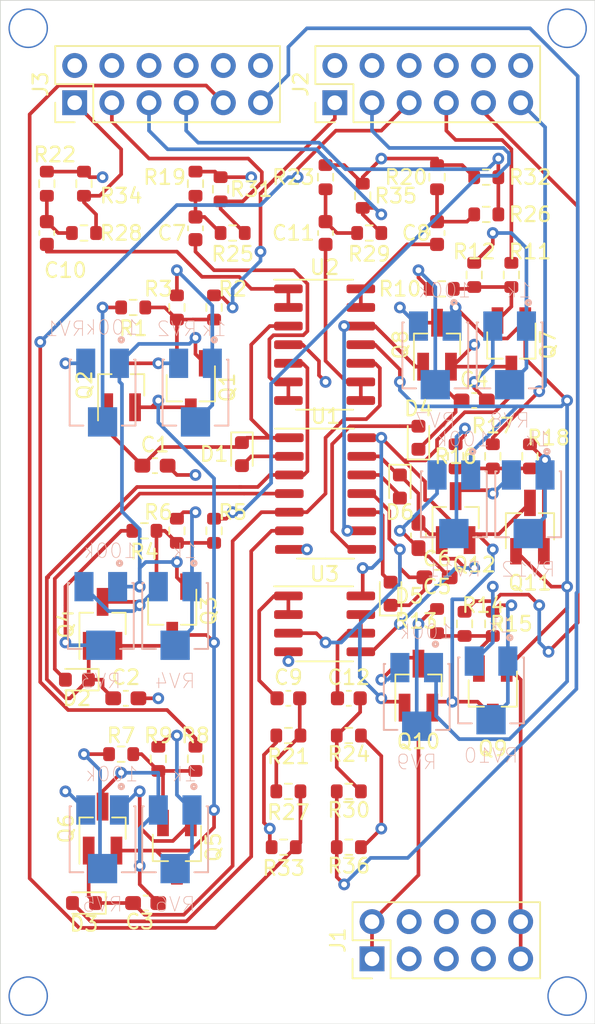
<source format=kicad_pcb>
(kicad_pcb (version 20171130) (host pcbnew 5.1.10-88a1d61d58~90~ubuntu20.10.1)
  (layers (0 F.Cu signal hide) (1 GND power hide) (2 PWR power hide) (31 B.Cu signal) (34 B.Paste user hide) (35 F.Paste user hide) (36 B.SilkS user hide) (37 F.SilkS user hide) (38 B.Mask user) (39 F.Mask user hide) (44 Edge.Cuts user))
  (net 0 "")
  (net 1 /Sheet614BBE23/1A)
  (net 2 GND)
  (net 3 /Sheet614BBE23/4A)
  (net 4 /Sheet614BBE23/2A)
  (net 5 /Sheet614BBE23/5A)
  (net 6 /Sheet614BBE23/3A)
  (net 7 /Sheet614BBE23/6A)
  (net 8 "Net-(C7-Pad2)")
  (net 9 "Net-(C7-Pad1)")
  (net 10 "Net-(C8-Pad1)")
  (net 11 "Net-(C8-Pad2)")
  (net 12 "Net-(C9-Pad1)")
  (net 13 "Net-(C9-Pad2)")
  (net 14 "Net-(C10-Pad1)")
  (net 15 "Net-(C10-Pad2)")
  (net 16 "Net-(C11-Pad2)")
  (net 17 "Net-(C11-Pad1)")
  (net 18 "Net-(C12-Pad2)")
  (net 19 "Net-(C12-Pad1)")
  (net 20 /Sheet614BBE23/1Y)
  (net 21 /Sheet614BBE23/4Y)
  (net 22 /Sheet614BBE23/2Y)
  (net 23 /Sheet614BBE23/5Y)
  (net 24 /Sheet614BBE23/3Y)
  (net 25 /Sheet614BBE23/6Y)
  (net 26 -12V)
  (net 27 "Net-(Q1-Pad2)")
  (net 28 +12V)
  (net 29 "Net-(Q5-Pad2)")
  (net 30 "Net-(Q9-Pad2)")
  (net 31 "Net-(R1-Pad2)")
  (net 32 CV1)
  (net 33 "Net-(R4-Pad2)")
  (net 34 CV4)
  (net 35 "Net-(R6-Pad2)")
  (net 36 "Net-(R7-Pad2)")
  (net 37 CV2)
  (net 38 "Net-(R10-Pad2)")
  (net 39 CV5)
  (net 40 "Net-(R12-Pad2)")
  (net 41 "Net-(R13-Pad2)")
  (net 42 CV3)
  (net 43 "Net-(R16-Pad2)")
  (net 44 CV6)
  (net 45 "Net-(R18-Pad2)")
  (net 46 OUT6)
  (net 47 OUT5)
  (net 48 OUT1)
  (net 49 OUT4)
  (net 50 OUT2)
  (net 51 OUT3)
  (net 52 "Net-(Q3-Pad2)")
  (net 53 "Net-(Q7-Pad2)")
  (net 54 "Net-(Q11-Pad2)")
  (net 55 "Net-(R3-Pad2)")
  (net 56 "Net-(R9-Pad2)")
  (net 57 "Net-(R15-Pad2)")
  (module Package_SO:SOIC-14_3.9x8.7mm_P1.27mm (layer F.Cu) (at 152.4 106.045)
    (fp_text reference U1 (at 0 -5.28) (layer F.SilkS))
    (fp_text value 74HC14D-Q100,118)
    (pad 14 smd roundrect (at 2.475 -3.81) (size 1.95 0.6) (layers F.Cu F.Paste F.Mask) (net 28 +12V))
    (pad 13 smd roundrect (at 2.475 -2.54) (size 1.95 0.6) (layers F.Cu F.Paste F.Mask) (net 7 /Sheet614BBE23/6A))
    (pad 12 smd roundrect (at 2.475 -1.27) (size 1.95 0.6) (layers F.Cu F.Paste F.Mask) (net 25 /Sheet614BBE23/6Y))
    (pad 11 smd roundrect (at 2.475 0) (size 1.95 0.6) (layers F.Cu F.Paste F.Mask) (net 5 /Sheet614BBE23/5A))
    (pad 10 smd roundrect (at 2.475 1.27) (size 1.95 0.6) (layers F.Cu F.Paste F.Mask) (net 23 /Sheet614BBE23/5Y))
    (pad 9 smd roundrect (at 2.475 2.54) (size 1.95 0.6) (layers F.Cu F.Paste F.Mask) (net 3 /Sheet614BBE23/4A))
    (pad 8 smd roundrect (at 2.475 3.81) (size 1.95 0.6) (layers F.Cu F.Paste F.Mask) (net 21 /Sheet614BBE23/4Y))
    (pad 7 smd roundrect (at -2.475 3.81) (size 1.95 0.6) (layers F.Cu F.Paste F.Mask) (net 2 GND))
    (pad 6 smd roundrect (at -2.475 2.54) (size 1.95 0.6) (layers F.Cu F.Paste F.Mask) (net 24 /Sheet614BBE23/3Y))
    (pad 5 smd roundrect (at -2.475 1.27) (size 1.95 0.6) (layers F.Cu F.Paste F.Mask) (net 6 /Sheet614BBE23/3A))
    (pad 4 smd roundrect (at -2.475 0) (size 1.95 0.6) (layers F.Cu F.Paste F.Mask) (net 22 /Sheet614BBE23/2Y))
    (pad 3 smd roundrect (at -2.475 -1.27) (size 1.95 0.6) (layers F.Cu F.Paste F.Mask) (net 4 /Sheet614BBE23/2A))
    (pad 2 smd roundrect (at -2.475 -2.54) (size 1.95 0.6) (layers F.Cu F.Paste F.Mask) (net 20 /Sheet614BBE23/1Y))
    (pad 1 smd roundrect (at -2.475 -3.81) (size 1.95 0.6) (layers F.Cu F.Paste F.Mask) (net 1 /Sheet614BBE23/1A))
  )
  (module 3314J-1-104E:TRIM_3314J-1-104E (layer B.Cu) (at 137.16 99.155)
    (fp_text reference RV1 (at -2.54 -4.35) (layer B.SilkS) (effects (font (thickness 0.05)) (justify mirror)))
    (fp_text value 100k (at 0.635 -4.445) (layer B.SilkS) (effects (font (thickness 0.05)) (justify mirror)))
    (pad 2 smd rect (at 0 2 180) (size 2 2) (layers B.Cu B.Paste B.Mask) (net 31 "Net-(R1-Pad2)"))
    (pad 3 smd rect (at -1.15 -2 90) (size 2 1.3) (layers B.Cu B.Paste B.Mask) (net 2 GND))
    (pad 1 smd rect (at 1.15 -2 270) (size 2 1.3) (layers B.Cu B.Paste B.Mask) (net 26 -12V))
  )
  (module Package_SO:SOIC-14_3.9x8.7mm_P1.27mm (layer F.Cu) (at 152.335 95.885)
    (fp_text reference U2 (at 0 -5.28) (layer F.SilkS))
    (fp_text value TL074)
    (pad 14 smd roundrect (at 2.475 -3.81) (size 1.95 0.6) (layers F.Cu F.Paste F.Mask) (net 10 "Net-(C8-Pad1)"))
    (pad 13 smd roundrect (at 2.475 -2.54) (size 1.95 0.6) (layers F.Cu F.Paste F.Mask) (net 10 "Net-(C8-Pad1)"))
    (pad 12 smd roundrect (at 2.475 -1.27) (size 1.95 0.6) (layers F.Cu F.Paste F.Mask) (net 3 /Sheet614BBE23/4A))
    (pad 11 smd roundrect (at 2.475 0) (size 1.95 0.6) (layers F.Cu F.Paste F.Mask) (net 26 -12V))
    (pad 10 smd roundrect (at 2.475 1.27) (size 1.95 0.6) (layers F.Cu F.Paste F.Mask) (net 6 /Sheet614BBE23/3A))
    (pad 9 smd roundrect (at 2.475 2.54) (size 1.95 0.6) (layers F.Cu F.Paste F.Mask) (net 17 "Net-(C11-Pad1)"))
    (pad 8 smd roundrect (at 2.475 3.81) (size 1.95 0.6) (layers F.Cu F.Paste F.Mask) (net 17 "Net-(C11-Pad1)"))
    (pad 7 smd roundrect (at -2.475 3.81) (size 1.95 0.6) (layers F.Cu F.Paste F.Mask) (net 9 "Net-(C7-Pad1)"))
    (pad 6 smd roundrect (at -2.475 2.54) (size 1.95 0.6) (layers F.Cu F.Paste F.Mask) (net 9 "Net-(C7-Pad1)"))
    (pad 5 smd roundrect (at -2.475 1.27) (size 1.95 0.6) (layers F.Cu F.Paste F.Mask) (net 4 /Sheet614BBE23/2A))
    (pad 4 smd roundrect (at -2.475 0) (size 1.95 0.6) (layers F.Cu F.Paste F.Mask) (net 28 +12V))
    (pad 3 smd roundrect (at -2.475 -1.27) (size 1.95 0.6) (layers F.Cu F.Paste F.Mask) (net 1 /Sheet614BBE23/1A))
    (pad 2 smd roundrect (at -2.475 -2.54) (size 1.95 0.6) (layers F.Cu F.Paste F.Mask) (net 14 "Net-(C10-Pad1)"))
    (pad 1 smd roundrect (at -2.475 -3.81) (size 1.95 0.6) (layers F.Cu F.Paste F.Mask) (net 14 "Net-(C10-Pad1)"))
  )
  (module 3314J-1-104E:TRIM_3314J-1-104E (layer B.Cu) (at 166.25 106.775)
    (fp_text reference RV12 (at 0 4.445) (layer B.SilkS) (effects (font (thickness 0.05)) (justify mirror)))
    (fp_text value 1k (at 0.635 -4.445) (layer B.SilkS) (effects (font (thickness 0.05)) (justify mirror)))
    (pad 2 smd rect (at 0 2 180) (size 2 2) (layers B.Cu B.Paste B.Mask) (net 45 "Net-(R18-Pad2)"))
    (pad 3 smd rect (at -1.15 -2 90) (size 2 1.3) (layers B.Cu B.Paste B.Mask) (net 2 GND))
    (pad 1 smd rect (at 1.15 -2 270) (size 2 1.3) (layers B.Cu B.Paste B.Mask) (net 45 "Net-(R18-Pad2)"))
  )
  (module 3314J-1-104E:TRIM_3314J-1-104E (layer B.Cu) (at 161.17 106.775)
    (fp_text reference RV11 (at 0 4.445) (layer B.SilkS) (effects (font (thickness 0.05)) (justify mirror)))
    (fp_text value 100k (at 0.635 -4.445) (layer B.SilkS) (effects (font (thickness 0.05)) (justify mirror)))
    (pad 2 smd rect (at 0 2 180) (size 2 2) (layers B.Cu B.Paste B.Mask) (net 43 "Net-(R16-Pad2)"))
    (pad 3 smd rect (at -1.15 -2 90) (size 2 1.3) (layers B.Cu B.Paste B.Mask) (net 2 GND))
    (pad 1 smd rect (at 1.15 -2 270) (size 2 1.3) (layers B.Cu B.Paste B.Mask) (net 26 -12V))
  )
  (module 3314J-1-104E:TRIM_3314J-1-104E (layer B.Cu) (at 163.71 119.475)
    (fp_text reference RV10 (at 0 4.445) (layer B.SilkS) (effects (font (thickness 0.05)) (justify mirror)))
    (fp_text value 1k (at 0.635 -4.445) (layer B.SilkS) (effects (font (thickness 0.05)) (justify mirror)))
    (pad 2 smd rect (at 0 2 180) (size 2 2) (layers B.Cu B.Paste B.Mask) (net 57 "Net-(R15-Pad2)"))
    (pad 3 smd rect (at -1.15 -2 90) (size 2 1.3) (layers B.Cu B.Paste B.Mask) (net 2 GND))
    (pad 1 smd rect (at 1.15 -2 270) (size 2 1.3) (layers B.Cu B.Paste B.Mask) (net 57 "Net-(R15-Pad2)"))
  )
  (module 3314J-1-104E:TRIM_3314J-1-104E (layer B.Cu) (at 158.63 119.92)
    (fp_text reference RV9 (at 0 4.445) (layer B.SilkS) (effects (font (thickness 0.05)) (justify mirror)))
    (fp_text value 100k (at 0.635 -4.445) (layer B.SilkS) (effects (font (thickness 0.05)) (justify mirror)))
    (pad 2 smd rect (at 0 2 180) (size 2 2) (layers B.Cu B.Paste B.Mask) (net 41 "Net-(R13-Pad2)"))
    (pad 3 smd rect (at -1.15 -2 90) (size 2 1.3) (layers B.Cu B.Paste B.Mask) (net 2 GND))
    (pad 1 smd rect (at 1.15 -2 270) (size 2 1.3) (layers B.Cu B.Paste B.Mask) (net 26 -12V))
  )
  (module 3314J-1-104E:TRIM_3314J-1-104E (layer B.Cu) (at 164.98 96.615)
    (fp_text reference RV8 (at 0 4.445) (layer B.SilkS) (effects (font (thickness 0.05)) (justify mirror)))
    (fp_text value 1k (at 0.635 -4.445) (layer B.SilkS) (effects (font (thickness 0.05)) (justify mirror)))
    (pad 2 smd rect (at 0 2 180) (size 2 2) (layers B.Cu B.Paste B.Mask) (net 40 "Net-(R12-Pad2)"))
    (pad 3 smd rect (at -1.15 -2 90) (size 2 1.3) (layers B.Cu B.Paste B.Mask) (net 2 GND))
    (pad 1 smd rect (at 1.15 -2 270) (size 2 1.3) (layers B.Cu B.Paste B.Mask) (net 40 "Net-(R12-Pad2)"))
  )
  (module 3314J-1-104E:TRIM_3314J-1-104E (layer B.Cu) (at 159.9 96.615)
    (fp_text reference RV7 (at 0 4.445) (layer B.SilkS) (effects (font (thickness 0.05)) (justify mirror)))
    (fp_text value 100k (at 0.635 -4.445) (layer B.SilkS) (effects (font (thickness 0.05)) (justify mirror)))
    (pad 2 smd rect (at 0 2 180) (size 2 2) (layers B.Cu B.Paste B.Mask) (net 38 "Net-(R10-Pad2)"))
    (pad 3 smd rect (at -1.15 -2 90) (size 2 1.3) (layers B.Cu B.Paste B.Mask) (net 2 GND))
    (pad 1 smd rect (at 1.15 -2 270) (size 2 1.3) (layers B.Cu B.Paste B.Mask) (net 26 -12V))
  )
  (module 3314J-1-104E:TRIM_3314J-1-104E (layer B.Cu) (at 142.12 129.635)
    (fp_text reference RV6 (at 0 4.445) (layer B.SilkS) (effects (font (thickness 0.05)) (justify mirror)))
    (fp_text value 1k (at 0.635 -4.445) (layer B.SilkS) (effects (font (thickness 0.05)) (justify mirror)))
    (pad 2 smd rect (at 0 2 180) (size 2 2) (layers B.Cu B.Paste B.Mask) (net 56 "Net-(R9-Pad2)"))
    (pad 3 smd rect (at -1.15 -2 90) (size 2 1.3) (layers B.Cu B.Paste B.Mask) (net 2 GND))
    (pad 1 smd rect (at 1.15 -2 270) (size 2 1.3) (layers B.Cu B.Paste B.Mask) (net 56 "Net-(R9-Pad2)"))
  )
  (module 3314J-1-104E:TRIM_3314J-1-104E (layer B.Cu) (at 137.16 129.635)
    (fp_text reference RV5 (at 0 4.445) (layer B.SilkS) (effects (font (thickness 0.05)) (justify mirror)))
    (fp_text value 100k (at 0.635 -4.445) (layer B.SilkS) (effects (font (thickness 0.05)) (justify mirror)))
    (pad 2 smd rect (at 0 2 180) (size 2 2) (layers B.Cu B.Paste B.Mask) (net 36 "Net-(R7-Pad2)"))
    (pad 3 smd rect (at -1.15 -2 90) (size 2 1.3) (layers B.Cu B.Paste B.Mask) (net 2 GND))
    (pad 1 smd rect (at 1.15 -2 270) (size 2 1.3) (layers B.Cu B.Paste B.Mask) (net 26 -12V))
  )
  (module 3314J-1-104E:TRIM_3314J-1-104E (layer B.Cu) (at 142.12 114.395)
    (fp_text reference RV4 (at 0 4.445) (layer B.SilkS) (effects (font (thickness 0.05)) (justify mirror)))
    (fp_text value 1k (at 0.635 -4.445) (layer B.SilkS) (effects (font (thickness 0.05)) (justify mirror)))
    (pad 2 smd rect (at 0 2 180) (size 2 2) (layers B.Cu B.Paste B.Mask) (net 35 "Net-(R6-Pad2)"))
    (pad 3 smd rect (at -1.15 -2 90) (size 2 1.3) (layers B.Cu B.Paste B.Mask) (net 2 GND))
    (pad 1 smd rect (at 1.15 -2 270) (size 2 1.3) (layers B.Cu B.Paste B.Mask) (net 35 "Net-(R6-Pad2)"))
  )
  (module 3314J-1-104E:TRIM_3314J-1-104E (layer B.Cu) (at 137.04 114.395)
    (fp_text reference RV3 (at 0 4.445) (layer B.SilkS) (effects (font (thickness 0.05)) (justify mirror)))
    (fp_text value 100k (at 0.635 -4.445) (layer B.SilkS) (effects (font (thickness 0.05)) (justify mirror)))
    (pad 2 smd rect (at 0 2 180) (size 2 2) (layers B.Cu B.Paste B.Mask) (net 33 "Net-(R4-Pad2)"))
    (pad 3 smd rect (at -1.15 -2 90) (size 2 1.3) (layers B.Cu B.Paste B.Mask) (net 2 GND))
    (pad 1 smd rect (at 1.15 -2 270) (size 2 1.3) (layers B.Cu B.Paste B.Mask) (net 26 -12V))
  )
  (module 3314J-1-104E:TRIM_3314J-1-104E (layer B.Cu) (at 143.51 99.155)
    (fp_text reference RV2 (at -1.27 -4.35) (layer B.SilkS) (effects (font (thickness 0.05)) (justify mirror)))
    (fp_text value 1k (at 1.27 -4.35) (layer B.SilkS) (effects (font (thickness 0.05)) (justify mirror)))
    (pad 2 smd rect (at 0 2 180) (size 2 2) (layers B.Cu B.Paste B.Mask) (net 55 "Net-(R3-Pad2)"))
    (pad 3 smd rect (at -1.15 -2 90) (size 2 1.3) (layers B.Cu B.Paste B.Mask) (net 2 GND))
    (pad 1 smd rect (at 1.15 -2 270) (size 2 1.3) (layers B.Cu B.Paste B.Mask) (net 55 "Net-(R3-Pad2)"))
  )
  (module Package_TO_SOT_SMD:SOT-23_Handsoldering (layer F.Cu) (at 161.29 107.72 90)
    (fp_text reference Q12 (at -3.175 1.27 180) (layer F.SilkS))
    (fp_text value BC548)
    (pad 3 smd rect (at 1.5 0 90) (size 1.9 0.8) (layers F.Cu F.Paste F.Mask) (net 2 GND))
    (pad 2 smd rect (at -1.5 0.95 90) (size 1.9 0.8) (layers F.Cu F.Paste F.Mask) (net 28 +12V))
    (pad 1 smd rect (at -1.5 -0.95 90) (size 1.9 0.8) (layers F.Cu F.Paste F.Mask) (net 7 /Sheet614BBE23/6A))
  )
  (module Package_TO_SOT_SMD:SC-59_Handsoldering (layer F.Cu) (at 166.37 108.33 90)
    (fp_text reference Q11 (at -3.81 0 180) (layer F.SilkS))
    (fp_text value BC558)
    (pad 3 smd rect (at 1.65 0 90) (size 1.8 0.8) (layers F.Cu F.Paste F.Mask) (net 28 +12V))
    (pad 2 smd rect (at -1.65 0.95 90) (size 1.8 0.8) (layers F.Cu F.Paste F.Mask) (net 54 "Net-(Q11-Pad2)"))
    (pad 1 smd rect (at -1.65 -0.95 90) (size 1.8 0.8) (layers F.Cu F.Paste F.Mask) (net 26 -12V))
  )
  (module Package_TO_SOT_SMD:SOT-23_Handsoldering (layer F.Cu) (at 158.75 119.15 90)
    (fp_text reference Q10 (at -3.81 0 180) (layer F.SilkS))
    (fp_text value BC548)
    (pad 3 smd rect (at 1.5 0 90) (size 1.9 0.8) (layers F.Cu F.Paste F.Mask) (net 2 GND))
    (pad 2 smd rect (at -1.5 0.95 90) (size 1.9 0.8) (layers F.Cu F.Paste F.Mask) (net 28 +12V))
    (pad 1 smd rect (at -1.5 -0.95 90) (size 1.9 0.8) (layers F.Cu F.Paste F.Mask) (net 5 /Sheet614BBE23/5A))
  )
  (module Package_TO_SOT_SMD:SC-59_Handsoldering (layer F.Cu) (at 163.83 119.635 270)
    (fp_text reference Q9 (at 3.81 0 180) (layer F.SilkS))
    (fp_text value BC558)
    (pad 3 smd rect (at 1.65 0 270) (size 1.8 0.8) (layers F.Cu F.Paste F.Mask) (net 28 +12V))
    (pad 2 smd rect (at -1.65 0.95 270) (size 1.8 0.8) (layers F.Cu F.Paste F.Mask) (net 30 "Net-(Q9-Pad2)"))
    (pad 1 smd rect (at -1.65 -0.95 270) (size 1.8 0.8) (layers F.Cu F.Paste F.Mask) (net 26 -12V))
  )
  (module Package_TO_SOT_SMD:SOT-23_Handsoldering (layer F.Cu) (at 160.02 95.885 90)
    (fp_text reference Q8 (at 0 -2.5 90) (layer F.SilkS))
    (fp_text value BC548)
    (pad 3 smd rect (at 1.5 0 90) (size 1.9 0.8) (layers F.Cu F.Paste F.Mask) (net 2 GND))
    (pad 2 smd rect (at -1.5 0.95 90) (size 1.9 0.8) (layers F.Cu F.Paste F.Mask) (net 28 +12V))
    (pad 1 smd rect (at -1.5 -0.95 90) (size 1.9 0.8) (layers F.Cu F.Paste F.Mask) (net 3 /Sheet614BBE23/4A))
  )
  (module Package_TO_SOT_SMD:SC-59_Handsoldering (layer F.Cu) (at 165.1 95.885 270)
    (fp_text reference Q7 (at 0 -2.5 90) (layer F.SilkS))
    (fp_text value BC558)
    (pad 3 smd rect (at 1.65 0 270) (size 1.8 0.8) (layers F.Cu F.Paste F.Mask) (net 28 +12V))
    (pad 2 smd rect (at -1.65 0.95 270) (size 1.8 0.8) (layers F.Cu F.Paste F.Mask) (net 53 "Net-(Q7-Pad2)"))
    (pad 1 smd rect (at -1.65 -0.95 270) (size 1.8 0.8) (layers F.Cu F.Paste F.Mask) (net 26 -12V))
  )
  (module Package_TO_SOT_SMD:SOT-23_Handsoldering (layer F.Cu) (at 137.16 128.905 90)
    (fp_text reference Q6 (at 0 -2.5 90) (layer F.SilkS))
    (fp_text value BC548)
    (pad 3 smd rect (at 1.5 0 90) (size 1.9 0.8) (layers F.Cu F.Paste F.Mask) (net 2 GND))
    (pad 2 smd rect (at -1.5 0.95 90) (size 1.9 0.8) (layers F.Cu F.Paste F.Mask) (net 28 +12V))
    (pad 1 smd rect (at -1.5 -0.95 90) (size 1.9 0.8) (layers F.Cu F.Paste F.Mask) (net 6 /Sheet614BBE23/3A))
  )
  (module Package_TO_SOT_SMD:SC-59_Handsoldering (layer F.Cu) (at 142.24 130.175 270)
    (fp_text reference Q5 (at 0 -2.5 90) (layer F.SilkS))
    (fp_text value BC558)
    (pad 3 smd rect (at 1.65 0 270) (size 1.8 0.8) (layers F.Cu F.Paste F.Mask) (net 28 +12V))
    (pad 2 smd rect (at -1.65 0.95 270) (size 1.8 0.8) (layers F.Cu F.Paste F.Mask) (net 29 "Net-(Q5-Pad2)"))
    (pad 1 smd rect (at -1.65 -0.95 270) (size 1.8 0.8) (layers F.Cu F.Paste F.Mask) (net 26 -12V))
  )
  (module Package_TO_SOT_SMD:SOT-23_Handsoldering (layer F.Cu) (at 137.16 114.935 90)
    (fp_text reference Q4 (at 0 -2.5 90) (layer F.SilkS))
    (fp_text value BC548)
    (pad 3 smd rect (at 1.5 0 90) (size 1.9 0.8) (layers F.Cu F.Paste F.Mask) (net 2 GND))
    (pad 2 smd rect (at -1.5 0.95 90) (size 1.9 0.8) (layers F.Cu F.Paste F.Mask) (net 28 +12V))
    (pad 1 smd rect (at -1.5 -0.95 90) (size 1.9 0.8) (layers F.Cu F.Paste F.Mask) (net 4 /Sheet614BBE23/2A))
  )
  (module Package_TO_SOT_SMD:SC-59_Handsoldering (layer F.Cu) (at 141.92 114.045 270)
    (fp_text reference Q3 (at 0 -2.5 90) (layer F.SilkS))
    (fp_text value BC558)
    (pad 3 smd rect (at 1.65 0 270) (size 1.8 0.8) (layers F.Cu F.Paste F.Mask) (net 28 +12V))
    (pad 2 smd rect (at -1.65 0.95 270) (size 1.8 0.8) (layers F.Cu F.Paste F.Mask) (net 52 "Net-(Q3-Pad2)"))
    (pad 1 smd rect (at -1.65 -0.95 270) (size 1.8 0.8) (layers F.Cu F.Paste F.Mask) (net 26 -12V))
  )
  (module Package_TO_SOT_SMD:SOT-23_Handsoldering (layer F.Cu) (at 138.43 98.655 90)
    (fp_text reference Q2 (at 0 -2.5 90) (layer F.SilkS))
    (fp_text value BC548)
    (pad 3 smd rect (at 1.5 0 90) (size 1.9 0.8) (layers F.Cu F.Paste F.Mask) (net 2 GND))
    (pad 2 smd rect (at -1.5 0.95 90) (size 1.9 0.8) (layers F.Cu F.Paste F.Mask) (net 28 +12V))
    (pad 1 smd rect (at -1.5 -0.95 90) (size 1.9 0.8) (layers F.Cu F.Paste F.Mask) (net 1 /Sheet614BBE23/1A))
  )
  (module Package_TO_SOT_SMD:SC-59_Handsoldering (layer F.Cu) (at 143.19 98.805 270)
    (fp_text reference Q1 (at 0 -2.5 90) (layer F.SilkS))
    (fp_text value BC558)
    (pad 3 smd rect (at 1.65 0 270) (size 1.8 0.8) (layers F.Cu F.Paste F.Mask) (net 28 +12V))
    (pad 2 smd rect (at -1.65 0.95 270) (size 1.8 0.8) (layers F.Cu F.Paste F.Mask) (net 27 "Net-(Q1-Pad2)"))
    (pad 1 smd rect (at -1.65 -0.95 270) (size 1.8 0.8) (layers F.Cu F.Paste F.Mask) (net 26 -12V))
  )
  (module Diode_SMD:D_0603_1608Metric (layer F.Cu) (at 157.48 105.5625 270)
    (fp_text reference D6 (at 1.7525 0 180) (layer F.SilkS))
    (fp_text value 1N4148)
    (pad 2 smd roundrect (at 0.7875 0 270) (size 0.875 0.95) (layers F.Cu F.Paste F.Mask) (net 25 /Sheet614BBE23/6Y))
    (pad 1 smd roundrect (at -0.7875 0 270) (size 0.875 0.95) (layers F.Cu F.Paste F.Mask) (net 7 /Sheet614BBE23/6A))
  )
  (module Diode_SMD:D_0603_1608Metric (layer F.Cu) (at 156.845 112.8775 90)
    (fp_text reference D5 (at -0.1525 1.27 180) (layer F.SilkS))
    (fp_text value 1N4148)
    (pad 2 smd roundrect (at 0.7875 0 90) (size 0.875 0.95) (layers F.Cu F.Paste F.Mask) (net 23 /Sheet614BBE23/5Y))
    (pad 1 smd roundrect (at -0.7875 0 90) (size 0.875 0.95) (layers F.Cu F.Paste F.Mask) (net 5 /Sheet614BBE23/5A))
  )
  (module Diode_SMD:D_0603_1608Metric (layer F.Cu) (at 158.75 102.235 90)
    (fp_text reference D4 (at 1.99 0 180) (layer F.SilkS))
    (fp_text value 1N4148)
    (pad 2 smd roundrect (at 0.7875 0 90) (size 0.875 0.95) (layers F.Cu F.Paste F.Mask) (net 21 /Sheet614BBE23/4Y))
    (pad 1 smd roundrect (at -0.7875 0 90) (size 0.875 0.95) (layers F.Cu F.Paste F.Mask) (net 3 /Sheet614BBE23/4A))
  )
  (module Diode_SMD:D_0603_1608Metric (layer F.Cu) (at 135.89 133.985 180)
    (fp_text reference D3 (at 0 -1.43) (layer F.SilkS))
    (fp_text value 1N4148)
    (pad 2 smd roundrect (at 0.7875 0 180) (size 0.875 0.95) (layers F.Cu F.Paste F.Mask) (net 24 /Sheet614BBE23/3Y))
    (pad 1 smd roundrect (at -0.7875 0 180) (size 0.875 0.95) (layers F.Cu F.Paste F.Mask) (net 6 /Sheet614BBE23/3A))
  )
  (module Diode_SMD:D_0603_1608Metric (layer F.Cu) (at 135.4075 118.745 180)
    (fp_text reference D2 (at 0 -1.27) (layer F.SilkS))
    (fp_text value 1N4148)
    (pad 2 smd roundrect (at 0.7875 0 180) (size 0.875 0.95) (layers F.Cu F.Paste F.Mask) (net 22 /Sheet614BBE23/2Y))
    (pad 1 smd roundrect (at -0.7875 0 180) (size 0.875 0.95) (layers F.Cu F.Paste F.Mask) (net 4 /Sheet614BBE23/2A))
  )
  (module Diode_SMD:D_0603_1608Metric (layer F.Cu) (at 146.685 103.3525 270)
    (fp_text reference D1 (at 0 1.905 180) (layer F.SilkS))
    (fp_text value 1N4148)
    (pad 2 smd roundrect (at 0.7875 0 270) (size 0.875 0.95) (layers F.Cu F.Paste F.Mask) (net 20 /Sheet614BBE23/1Y))
    (pad 1 smd roundrect (at -0.7875 0 270) (size 0.875 0.95) (layers F.Cu F.Paste F.Mask) (net 1 /Sheet614BBE23/1A))
  )
  (module Capacitor_SMD:C_0603_1608Metric_Pad1.08x0.95mm_HandSolder (layer F.Cu) (at 140.7425 104.14)
    (fp_text reference C1 (at 0 -1.43) (layer F.SilkS))
    (fp_text value 2.2n)
    (pad 2 smd roundrect (at 0.8625 0) (size 1.075 0.95) (layers F.Cu F.Paste F.Mask) (net 2 GND))
    (pad 1 smd roundrect (at -0.8625 0) (size 1.075 0.95) (layers F.Cu F.Paste F.Mask) (net 1 /Sheet614BBE23/1A))
  )
  (module Capacitor_SMD:C_0603_1608Metric_Pad1.08x0.95mm_HandSolder (layer F.Cu) (at 138.75 120.015)
    (fp_text reference C2 (at 0 -1.43) (layer F.SilkS))
    (fp_text value 2.2n)
    (pad 2 smd roundrect (at 0.8625 0) (size 1.075 0.95) (layers F.Cu F.Paste F.Mask) (net 2 GND))
    (pad 1 smd roundrect (at -0.8625 0) (size 1.075 0.95) (layers F.Cu F.Paste F.Mask) (net 4 /Sheet614BBE23/2A))
  )
  (module Capacitor_SMD:C_0603_1608Metric_Pad1.08x0.95mm_HandSolder (layer F.Cu) (at 140.1075 133.985)
    (fp_text reference C3 (at -0.4075 1.27) (layer F.SilkS))
    (fp_text value 2.2n)
    (pad 2 smd roundrect (at 0.8625 0) (size 1.075 0.95) (layers F.Cu F.Paste F.Mask) (net 2 GND))
    (pad 1 smd roundrect (at -0.8625 0) (size 1.075 0.95) (layers F.Cu F.Paste F.Mask) (net 6 /Sheet614BBE23/3A))
  )
  (module Capacitor_SMD:C_0603_1608Metric_Pad1.08x0.95mm_HandSolder (layer F.Cu) (at 162.56 99.695)
    (fp_text reference C4 (at 0 -1.43) (layer F.SilkS))
    (fp_text value 2.2n)
    (pad 2 smd roundrect (at 0.8625 0) (size 1.075 0.95) (layers F.Cu F.Paste F.Mask) (net 2 GND))
    (pad 1 smd roundrect (at -0.8625 0) (size 1.075 0.95) (layers F.Cu F.Paste F.Mask) (net 3 /Sheet614BBE23/4A))
  )
  (module Capacitor_SMD:C_0603_1608Metric_Pad1.08x0.95mm_HandSolder (layer F.Cu) (at 160.02 111.76)
    (fp_text reference C5 (at 0 0.635) (layer F.SilkS))
    (fp_text value 2.2n)
    (pad 2 smd roundrect (at 0.8625 0) (size 1.075 0.95) (layers F.Cu F.Paste F.Mask) (net 2 GND))
    (pad 1 smd roundrect (at -0.8625 0) (size 1.075 0.95) (layers F.Cu F.Paste F.Mask) (net 5 /Sheet614BBE23/5A))
  )
  (module Capacitor_SMD:C_0603_1608Metric_Pad1.08x0.95mm_HandSolder (layer F.Cu) (at 158.75 108.905 270)
    (fp_text reference C6 (at 1.585 -1.27 180) (layer F.SilkS))
    (fp_text value 2.2n)
    (pad 2 smd roundrect (at 0.8625 0 270) (size 1.075 0.95) (layers F.Cu F.Paste F.Mask) (net 2 GND))
    (pad 1 smd roundrect (at -0.8625 0 270) (size 1.075 0.95) (layers F.Cu F.Paste F.Mask) (net 7 /Sheet614BBE23/6A))
  )
  (module Capacitor_SMD:C_0603_1608Metric (layer F.Cu) (at 143.51 87.945 90)
    (fp_text reference C7 (at -0.32 -1.61 180) (layer F.SilkS))
    (fp_text value C)
    (pad 2 smd roundrect (at 0.775 0 90) (size 0.9 0.95) (layers F.Cu F.Paste F.Mask) (net 8 "Net-(C7-Pad2)"))
    (pad 1 smd roundrect (at -0.775 0 90) (size 0.9 0.95) (layers F.Cu F.Paste F.Mask) (net 9 "Net-(C7-Pad1)"))
  )
  (module Capacitor_SMD:C_0603_1608Metric (layer F.Cu) (at 160.02 88.265 90)
    (fp_text reference C8 (at 0 -1.43 180) (layer F.SilkS))
    (fp_text value C)
    (pad 2 smd roundrect (at 0.775 0 90) (size 0.9 0.95) (layers F.Cu F.Paste F.Mask) (net 11 "Net-(C8-Pad2)"))
    (pad 1 smd roundrect (at -0.775 0 90) (size 0.9 0.95) (layers F.Cu F.Paste F.Mask) (net 10 "Net-(C8-Pad1)"))
  )
  (module Capacitor_SMD:C_0603_1608Metric (layer F.Cu) (at 149.86 120.015)
    (fp_text reference C9 (at 0 -1.43) (layer F.SilkS))
    (fp_text value C)
    (pad 2 smd roundrect (at 0.775 0) (size 0.9 0.95) (layers F.Cu F.Paste F.Mask) (net 13 "Net-(C9-Pad2)"))
    (pad 1 smd roundrect (at -0.775 0) (size 0.9 0.95) (layers F.Cu F.Paste F.Mask) (net 12 "Net-(C9-Pad1)"))
  )
  (module Capacitor_SMD:C_0603_1608Metric (layer F.Cu) (at 133.35 88.265 90)
    (fp_text reference C10 (at -2.54 1.27 180) (layer F.SilkS))
    (fp_text value C)
    (pad 2 smd roundrect (at 0.775 0 90) (size 0.9 0.95) (layers F.Cu F.Paste F.Mask) (net 15 "Net-(C10-Pad2)"))
    (pad 1 smd roundrect (at -0.775 0 90) (size 0.9 0.95) (layers F.Cu F.Paste F.Mask) (net 14 "Net-(C10-Pad1)"))
  )
  (module Capacitor_SMD:C_0603_1608Metric (layer F.Cu) (at 152.4 88.265 90)
    (fp_text reference C11 (at 0 -2.2 180) (layer F.SilkS))
    (fp_text value C)
    (pad 2 smd roundrect (at 0.775 0 90) (size 0.9 0.95) (layers F.Cu F.Paste F.Mask) (net 16 "Net-(C11-Pad2)"))
    (pad 1 smd roundrect (at -0.775 0 90) (size 0.9 0.95) (layers F.Cu F.Paste F.Mask) (net 17 "Net-(C11-Pad1)"))
  )
  (module Capacitor_SMD:C_0603_1608Metric (layer F.Cu) (at 153.99 120.015)
    (fp_text reference C12 (at 0 -1.43) (layer F.SilkS))
    (fp_text value C)
    (pad 2 smd roundrect (at 0.775 0) (size 0.9 0.95) (layers F.Cu F.Paste F.Mask) (net 18 "Net-(C12-Pad2)"))
    (pad 1 smd roundrect (at -0.775 0) (size 0.9 0.95) (layers F.Cu F.Paste F.Mask) (net 19 "Net-(C12-Pad1)"))
  )
  (module Resistor_SMD:R_0603_1608Metric (layer F.Cu) (at 139.255 93.345 180)
    (fp_text reference R1 (at 0 -1.43) (layer F.SilkS))
    (fp_text value 100k)
    (pad 2 smd roundrect (at 0.825 0 180) (size 0.8 0.95) (layers F.Cu F.Paste F.Mask) (net 31 "Net-(R1-Pad2)"))
    (pad 1 smd roundrect (at -0.825 0 180) (size 0.8 0.95) (layers F.Cu F.Paste F.Mask) (net 27 "Net-(Q1-Pad2)"))
  )
  (module Resistor_SMD:R_0603_1608Metric (layer F.Cu) (at 144.78 93.345 270)
    (fp_text reference R2 (at -1.27 -1.27 180) (layer F.SilkS))
    (fp_text value 100k)
    (pad 2 smd roundrect (at 0.825 0 270) (size 0.8 0.95) (layers F.Cu F.Paste F.Mask) (net 27 "Net-(Q1-Pad2)"))
    (pad 1 smd roundrect (at -0.825 0 270) (size 0.8 0.95) (layers F.Cu F.Paste F.Mask) (net 32 CV1))
  )
  (module Resistor_SMD:R_0603_1608Metric (layer F.Cu) (at 142.24 93.345 90)
    (fp_text reference R3 (at 1.27 -1.27 180) (layer F.SilkS))
    (fp_text value 1.5k)
    (pad 2 smd roundrect (at 0.825 0 90) (size 0.8 0.95) (layers F.Cu F.Paste F.Mask) (net 55 "Net-(R3-Pad2)"))
    (pad 1 smd roundrect (at -0.825 0 90) (size 0.8 0.95) (layers F.Cu F.Paste F.Mask) (net 27 "Net-(Q1-Pad2)"))
  )
  (module Resistor_SMD:R_0603_1608Metric (layer F.Cu) (at 140.02 108.585 180)
    (fp_text reference R4 (at 0 -1.43) (layer F.SilkS))
    (fp_text value 100k)
    (pad 2 smd roundrect (at 0.825 0 180) (size 0.8 0.95) (layers F.Cu F.Paste F.Mask) (net 33 "Net-(R4-Pad2)"))
    (pad 1 smd roundrect (at -0.825 0 180) (size 0.8 0.95) (layers F.Cu F.Paste F.Mask) (net 52 "Net-(Q3-Pad2)"))
  )
  (module Resistor_SMD:R_0603_1608Metric (layer F.Cu) (at 144.78 108.585 270)
    (fp_text reference R5 (at -1.27 -1.27 180) (layer F.SilkS))
    (fp_text value 100k)
    (pad 2 smd roundrect (at 0.825 0 270) (size 0.8 0.95) (layers F.Cu F.Paste F.Mask) (net 52 "Net-(Q3-Pad2)"))
    (pad 1 smd roundrect (at -0.825 0 270) (size 0.8 0.95) (layers F.Cu F.Paste F.Mask) (net 37 CV2))
  )
  (module Resistor_SMD:R_0603_1608Metric (layer F.Cu) (at 142.24 108.585 90)
    (fp_text reference R6 (at 1.27 -1.27 180) (layer F.SilkS))
    (fp_text value 1.5k)
    (pad 2 smd roundrect (at 0.825 0 90) (size 0.8 0.95) (layers F.Cu F.Paste F.Mask) (net 35 "Net-(R6-Pad2)"))
    (pad 1 smd roundrect (at -0.825 0 90) (size 0.8 0.95) (layers F.Cu F.Paste F.Mask) (net 52 "Net-(Q3-Pad2)"))
  )
  (module Resistor_SMD:R_0603_1608Metric (layer F.Cu) (at 138.43 123.825 180)
    (fp_text reference R7 (at 0 1.27) (layer F.SilkS))
    (fp_text value 100k)
    (pad 2 smd roundrect (at 0.825 0 180) (size 0.8 0.95) (layers F.Cu F.Paste F.Mask) (net 36 "Net-(R7-Pad2)"))
    (pad 1 smd roundrect (at -0.825 0 180) (size 0.8 0.95) (layers F.Cu F.Paste F.Mask) (net 29 "Net-(Q5-Pad2)"))
  )
  (module Resistor_SMD:R_0603_1608Metric (layer F.Cu) (at 143.51 124.145 270)
    (fp_text reference R8 (at -1.59 0 180) (layer F.SilkS))
    (fp_text value 100k)
    (pad 2 smd roundrect (at 0.825 0 270) (size 0.8 0.95) (layers F.Cu F.Paste F.Mask) (net 29 "Net-(Q5-Pad2)"))
    (pad 1 smd roundrect (at -0.825 0 270) (size 0.8 0.95) (layers F.Cu F.Paste F.Mask) (net 42 CV3))
  )
  (module Resistor_SMD:R_0603_1608Metric (layer F.Cu) (at 140.97 124.145 90)
    (fp_text reference R9 (at 1.59 0 180) (layer F.SilkS))
    (fp_text value 1.5k)
    (pad 2 smd roundrect (at 0.825 0 90) (size 0.8 0.95) (layers F.Cu F.Paste F.Mask) (net 56 "Net-(R9-Pad2)"))
    (pad 1 smd roundrect (at -0.825 0 90) (size 0.8 0.95) (layers F.Cu F.Paste F.Mask) (net 29 "Net-(Q5-Pad2)"))
  )
  (module Resistor_SMD:R_0603_1608Metric (layer F.Cu) (at 160.34 92.075 180)
    (fp_text reference R10 (at 2.86 0) (layer F.SilkS))
    (fp_text value 100k)
    (pad 2 smd roundrect (at 0.825 0 180) (size 0.8 0.95) (layers F.Cu F.Paste F.Mask) (net 38 "Net-(R10-Pad2)"))
    (pad 1 smd roundrect (at -0.825 0 180) (size 0.8 0.95) (layers F.Cu F.Paste F.Mask) (net 53 "Net-(Q7-Pad2)"))
  )
  (module Resistor_SMD:R_0603_1608Metric (layer F.Cu) (at 165.1 91.125 270)
    (fp_text reference R11 (at -1.59 -1.27 180) (layer F.SilkS))
    (fp_text value 100k)
    (pad 2 smd roundrect (at 0.825 0 270) (size 0.8 0.95) (layers F.Cu F.Paste F.Mask) (net 53 "Net-(Q7-Pad2)"))
    (pad 1 smd roundrect (at -0.825 0 270) (size 0.8 0.95) (layers F.Cu F.Paste F.Mask) (net 34 CV4))
  )
  (module Resistor_SMD:R_0603_1608Metric (layer F.Cu) (at 162.56 91.125 90)
    (fp_text reference R12 (at 1.59 0 180) (layer F.SilkS))
    (fp_text value 1.5k)
    (pad 2 smd roundrect (at 0.825 0 90) (size 0.8 0.95) (layers F.Cu F.Paste F.Mask) (net 40 "Net-(R12-Pad2)"))
    (pad 1 smd roundrect (at -0.825 0 90) (size 0.8 0.95) (layers F.Cu F.Paste F.Mask) (net 53 "Net-(Q7-Pad2)"))
  )
  (module Resistor_SMD:R_0603_1608Metric (layer F.Cu) (at 160.02 114.745 90)
    (fp_text reference R13 (at 0 -1.43 180) (layer F.SilkS))
    (fp_text value 100k)
    (pad 2 smd roundrect (at 0.825 0 90) (size 0.8 0.95) (layers F.Cu F.Paste F.Mask) (net 41 "Net-(R13-Pad2)"))
    (pad 1 smd roundrect (at -0.825 0 90) (size 0.8 0.95) (layers F.Cu F.Paste F.Mask) (net 30 "Net-(Q9-Pad2)"))
  )
  (module Resistor_SMD:R_0603_1608Metric (layer F.Cu) (at 161.9 114.935 270)
    (fp_text reference R14 (at -1.27 -1.27 180) (layer F.SilkS))
    (fp_text value 100k)
    (pad 2 smd roundrect (at 0.825 0 270) (size 0.8 0.95) (layers F.Cu F.Paste F.Mask) (net 30 "Net-(Q9-Pad2)"))
    (pad 1 smd roundrect (at -0.825 0 270) (size 0.8 0.95) (layers F.Cu F.Paste F.Mask) (net 39 CV5))
  )
  (module Resistor_SMD:R_0603_1608Metric (layer F.Cu) (at 163.83 114.935 90)
    (fp_text reference R15 (at 0 1.27 180) (layer F.SilkS))
    (fp_text value 1.5k)
    (pad 2 smd roundrect (at 0.825 0 90) (size 0.8 0.95) (layers F.Cu F.Paste F.Mask) (net 57 "Net-(R15-Pad2)"))
    (pad 1 smd roundrect (at -0.825 0 90) (size 0.8 0.95) (layers F.Cu F.Paste F.Mask) (net 30 "Net-(Q9-Pad2)"))
  )
  (module Resistor_SMD:R_0603_1608Metric (layer F.Cu) (at 161.29 103.505 90)
    (fp_text reference R16 (at 0 0 180) (layer F.SilkS))
    (fp_text value 100k)
    (pad 2 smd roundrect (at 0.825 0 90) (size 0.8 0.95) (layers F.Cu F.Paste F.Mask) (net 43 "Net-(R16-Pad2)"))
    (pad 1 smd roundrect (at -0.825 0 90) (size 0.8 0.95) (layers F.Cu F.Paste F.Mask) (net 54 "Net-(Q11-Pad2)"))
  )
  (module Resistor_SMD:R_0603_1608Metric (layer F.Cu) (at 163.83 103.505 270)
    (fp_text reference R17 (at -2.09 0 180) (layer F.SilkS))
    (fp_text value 100k)
    (pad 2 smd roundrect (at 0.825 0 270) (size 0.8 0.95) (layers F.Cu F.Paste F.Mask) (net 54 "Net-(Q11-Pad2)"))
    (pad 1 smd roundrect (at -0.825 0 270) (size 0.8 0.95) (layers F.Cu F.Paste F.Mask) (net 44 CV6))
  )
  (module Resistor_SMD:R_0603_1608Metric (layer F.Cu) (at 166.37 103.505 90)
    (fp_text reference R18 (at 1.27 1.27 180) (layer F.SilkS))
    (fp_text value 1.5k)
    (pad 2 smd roundrect (at 0.825 0 90) (size 0.8 0.95) (layers F.Cu F.Paste F.Mask) (net 45 "Net-(R18-Pad2)"))
    (pad 1 smd roundrect (at -0.825 0 90) (size 0.8 0.95) (layers F.Cu F.Paste F.Mask) (net 54 "Net-(Q11-Pad2)"))
  )
  (module Resistor_SMD:R_0603_1608Metric (layer F.Cu) (at 143.51 84.9 90)
    (fp_text reference R19 (at 0.445 -2.11 180) (layer F.SilkS))
    (fp_text value R)
    (pad 2 smd roundrect (at 0.825 0 90) (size 0.8 0.95) (layers F.Cu F.Paste F.Mask) (net 2 GND))
    (pad 1 smd roundrect (at -0.825 0 90) (size 0.8 0.95) (layers F.Cu F.Paste F.Mask) (net 8 "Net-(C7-Pad2)"))
  )
  (module Resistor_SMD:R_0603_1608Metric (layer F.Cu) (at 160.02 84.455 90)
    (fp_text reference R20 (at 0 -2.12 180) (layer F.SilkS))
    (fp_text value R)
    (pad 2 smd roundrect (at 0.825 0 90) (size 0.8 0.95) (layers F.Cu F.Paste F.Mask) (net 2 GND))
    (pad 1 smd roundrect (at -0.825 0 90) (size 0.8 0.95) (layers F.Cu F.Paste F.Mask) (net 11 "Net-(C8-Pad2)"))
  )
  (module Resistor_SMD:R_0603_1608Metric (layer F.Cu) (at 149.86 122.555 180)
    (fp_text reference R21 (at 0 -1.43) (layer F.SilkS))
    (fp_text value R)
    (pad 2 smd roundrect (at 0.825 0 180) (size 0.8 0.95) (layers F.Cu F.Paste F.Mask) (net 2 GND))
    (pad 1 smd roundrect (at -0.825 0 180) (size 0.8 0.95) (layers F.Cu F.Paste F.Mask) (net 13 "Net-(C9-Pad2)"))
  )
  (module Resistor_SMD:R_0603_1608Metric (layer F.Cu) (at 133.35 84.9 90)
    (fp_text reference R22 (at 1.985 0.55 180) (layer F.SilkS))
    (fp_text value R)
    (pad 2 smd roundrect (at 0.825 0 90) (size 0.8 0.95) (layers F.Cu F.Paste F.Mask) (net 2 GND))
    (pad 1 smd roundrect (at -0.825 0 90) (size 0.8 0.95) (layers F.Cu F.Paste F.Mask) (net 15 "Net-(C10-Pad2)"))
  )
  (module Resistor_SMD:R_0603_1608Metric (layer F.Cu) (at 152.4 84.455 90)
    (fp_text reference R23 (at 0 -2.2 180) (layer F.SilkS))
    (fp_text value R)
    (pad 2 smd roundrect (at 0.825 0 90) (size 0.8 0.95) (layers F.Cu F.Paste F.Mask) (net 2 GND))
    (pad 1 smd roundrect (at -0.825 0 90) (size 0.8 0.95) (layers F.Cu F.Paste F.Mask) (net 16 "Net-(C11-Pad2)"))
  )
  (module Resistor_SMD:R_0603_1608Metric (layer F.Cu) (at 153.99 122.555)
    (fp_text reference R24 (at 0 1.27) (layer F.SilkS))
    (fp_text value R)
    (pad 2 smd roundrect (at 0.825 0) (size 0.8 0.95) (layers F.Cu F.Paste F.Mask) (net 2 GND))
    (pad 1 smd roundrect (at -0.825 0) (size 0.8 0.95) (layers F.Cu F.Paste F.Mask) (net 18 "Net-(C12-Pad2)"))
  )
  (module Resistor_SMD:R_0603_1608Metric (layer F.Cu) (at 146.05 88.265 180)
    (fp_text reference R25 (at 0 -1.43) (layer F.SilkS))
    (fp_text value R)
    (pad 2 smd roundrect (at 0.825 0 180) (size 0.8 0.95) (layers F.Cu F.Paste F.Mask) (net 8 "Net-(C7-Pad2)"))
    (pad 1 smd roundrect (at -0.825 0 180) (size 0.8 0.95) (layers F.Cu F.Paste F.Mask) (net 50 OUT2))
  )
  (module Resistor_SMD:R_0603_1608Metric (layer F.Cu) (at 163.385 86.995 180)
    (fp_text reference R26 (at -2.985 0) (layer F.SilkS))
    (fp_text value R)
    (pad 2 smd roundrect (at 0.825 0 180) (size 0.8 0.95) (layers F.Cu F.Paste F.Mask) (net 11 "Net-(C8-Pad2)"))
    (pad 1 smd roundrect (at -0.825 0 180) (size 0.8 0.95) (layers F.Cu F.Paste F.Mask) (net 49 OUT4))
  )
  (module Resistor_SMD:R_0603_1608Metric (layer F.Cu) (at 149.86 126.365 180)
    (fp_text reference R27 (at 0 -1.43) (layer F.SilkS))
    (fp_text value R)
    (pad 2 smd roundrect (at 0.825 0 180) (size 0.8 0.95) (layers F.Cu F.Paste F.Mask) (net 13 "Net-(C9-Pad2)"))
    (pad 1 smd roundrect (at -0.825 0 180) (size 0.8 0.95) (layers F.Cu F.Paste F.Mask) (net 47 OUT5))
  )
  (module Resistor_SMD:R_0603_1608Metric (layer F.Cu) (at 135.89 88.265 180)
    (fp_text reference R28 (at -2.54 0) (layer F.SilkS))
    (fp_text value R)
    (pad 2 smd roundrect (at 0.825 0 180) (size 0.8 0.95) (layers F.Cu F.Paste F.Mask) (net 15 "Net-(C10-Pad2)"))
    (pad 1 smd roundrect (at -0.825 0 180) (size 0.8 0.95) (layers F.Cu F.Paste F.Mask) (net 48 OUT1))
  )
  (module Resistor_SMD:R_0603_1608Metric (layer F.Cu) (at 155.385 88.265 180)
    (fp_text reference R29 (at 0 -1.43) (layer F.SilkS))
    (fp_text value R)
    (pad 2 smd roundrect (at 0.825 0 180) (size 0.8 0.95) (layers F.Cu F.Paste F.Mask) (net 16 "Net-(C11-Pad2)"))
    (pad 1 smd roundrect (at -0.825 0 180) (size 0.8 0.95) (layers F.Cu F.Paste F.Mask) (net 51 OUT3))
  )
  (module Resistor_SMD:R_0603_1608Metric (layer F.Cu) (at 153.99 126.365)
    (fp_text reference R30 (at 0 1.27) (layer F.SilkS))
    (fp_text value R)
    (pad 2 smd roundrect (at 0.825 0) (size 0.8 0.95) (layers F.Cu F.Paste F.Mask) (net 18 "Net-(C12-Pad2)"))
    (pad 1 smd roundrect (at -0.825 0) (size 0.8 0.95) (layers F.Cu F.Paste F.Mask) (net 46 OUT6))
  )
  (module Resistor_SMD:R_0603_1608Metric (layer F.Cu) (at 145.225 85.28 90)
    (fp_text reference R31 (at 0 2.095 180) (layer F.SilkS))
    (fp_text value R)
    (pad 2 smd roundrect (at 0.825 0 90) (size 0.8 0.95) (layers F.Cu F.Paste F.Mask) (net 2 GND))
    (pad 1 smd roundrect (at -0.825 0 90) (size 0.8 0.95) (layers F.Cu F.Paste F.Mask) (net 50 OUT2))
  )
  (module Resistor_SMD:R_0603_1608Metric (layer F.Cu) (at 163.385 84.455 180)
    (fp_text reference R32 (at -2.985 0) (layer F.SilkS))
    (fp_text value R)
    (pad 2 smd roundrect (at 0.825 0 180) (size 0.8 0.95) (layers F.Cu F.Paste F.Mask) (net 2 GND))
    (pad 1 smd roundrect (at -0.825 0 180) (size 0.8 0.95) (layers F.Cu F.Paste F.Mask) (net 49 OUT4))
  )
  (module Resistor_SMD:R_0603_1608Metric (layer F.Cu) (at 149.54 130.175 180)
    (fp_text reference R33 (at 0 -1.43) (layer F.SilkS))
    (fp_text value R)
    (pad 2 smd roundrect (at 0.825 0 180) (size 0.8 0.95) (layers F.Cu F.Paste F.Mask) (net 2 GND))
    (pad 1 smd roundrect (at -0.825 0 180) (size 0.8 0.95) (layers F.Cu F.Paste F.Mask) (net 47 OUT5))
  )
  (module Resistor_SMD:R_0603_1608Metric (layer F.Cu) (at 135.89 84.9 90)
    (fp_text reference R34 (at -0.825 2.54 180) (layer F.SilkS))
    (fp_text value R)
    (pad 2 smd roundrect (at 0.825 0 90) (size 0.8 0.95) (layers F.Cu F.Paste F.Mask) (net 2 GND))
    (pad 1 smd roundrect (at -0.825 0 90) (size 0.8 0.95) (layers F.Cu F.Paste F.Mask) (net 48 OUT1))
  )
  (module Resistor_SMD:R_0603_1608Metric (layer F.Cu) (at 154.94 85.725 90)
    (fp_text reference R35 (at 0 2.26 180) (layer F.SilkS))
    (fp_text value R)
    (pad 2 smd roundrect (at 0.825 0 90) (size 0.8 0.95) (layers F.Cu F.Paste F.Mask) (net 2 GND))
    (pad 1 smd roundrect (at -0.825 0 90) (size 0.8 0.95) (layers F.Cu F.Paste F.Mask) (net 51 OUT3))
  )
  (module Resistor_SMD:R_0603_1608Metric (layer F.Cu) (at 153.99 130.175)
    (fp_text reference R36 (at 0 1.27) (layer F.SilkS))
    (fp_text value R)
    (pad 2 smd roundrect (at 0.825 0) (size 0.8 0.95) (layers F.Cu F.Paste F.Mask) (net 2 GND))
    (pad 1 smd roundrect (at -0.825 0) (size 0.8 0.95) (layers F.Cu F.Paste F.Mask) (net 46 OUT6))
  )
  (module Package_SO:SOIC-8_3.9x4.9mm_P1.27mm (layer F.Cu) (at 152.335 114.935)
    (fp_text reference U3 (at 0 -3.4) (layer F.SilkS))
    (fp_text value TL072)
    (pad 8 smd roundrect (at 2.475 -1.905) (size 1.95 0.6) (layers F.Cu F.Paste F.Mask) (net 28 +12V))
    (pad 7 smd roundrect (at 2.475 -0.635) (size 1.95 0.6) (layers F.Cu F.Paste F.Mask) (net 19 "Net-(C12-Pad1)"))
    (pad 6 smd roundrect (at 2.475 0.635) (size 1.95 0.6) (layers F.Cu F.Paste F.Mask) (net 19 "Net-(C12-Pad1)"))
    (pad 5 smd roundrect (at 2.475 1.905) (size 1.95 0.6) (layers F.Cu F.Paste F.Mask) (net 7 /Sheet614BBE23/6A))
    (pad 4 smd roundrect (at -2.475 1.905) (size 1.95 0.6) (layers F.Cu F.Paste F.Mask) (net 26 -12V))
    (pad 3 smd roundrect (at -2.475 0.635) (size 1.95 0.6) (layers F.Cu F.Paste F.Mask) (net 5 /Sheet614BBE23/5A))
    (pad 2 smd roundrect (at -2.475 -0.635) (size 1.95 0.6) (layers F.Cu F.Paste F.Mask) (net 12 "Net-(C9-Pad1)"))
    (pad 1 smd roundrect (at -2.475 -1.905) (size 1.95 0.6) (layers F.Cu F.Paste F.Mask) (net 12 "Net-(C9-Pad1)"))
  )
  (module Connector_PinHeader_2.54mm:PinHeader_2x05_P2.54mm_Vertical (layer F.Cu) (at 155.575 137.795 90)
    (fp_text reference J1 (at 1.27 -2.33 90) (layer F.SilkS))
    (fp_text value Conn_02x05_Odd_Even)
    (pad 10 thru_hole oval (at 2.54 10.16 90) (size 1.7 1.7) (drill 1) (layers *.Cu *.Mask) (net 26 -12V))
    (pad 9 thru_hole oval (at 0 10.16 90) (size 1.7 1.7) (drill 1) (layers *.Cu *.Mask) (net 26 -12V))
    (pad 8 thru_hole oval (at 2.54 7.62 90) (size 1.7 1.7) (drill 1) (layers *.Cu *.Mask) (net 2 GND))
    (pad 7 thru_hole oval (at 0 7.62 90) (size 1.7 1.7) (drill 1) (layers *.Cu *.Mask) (net 2 GND))
    (pad 6 thru_hole oval (at 2.54 5.08 90) (size 1.7 1.7) (drill 1) (layers *.Cu *.Mask) (net 2 GND))
    (pad 5 thru_hole oval (at 0 5.08 90) (size 1.7 1.7) (drill 1) (layers *.Cu *.Mask) (net 2 GND))
    (pad 4 thru_hole oval (at 2.54 2.54 90) (size 1.7 1.7) (drill 1) (layers *.Cu *.Mask) (net 2 GND))
    (pad 3 thru_hole oval (at 0 2.54 90) (size 1.7 1.7) (drill 1) (layers *.Cu *.Mask) (net 2 GND))
    (pad 2 thru_hole oval (at 2.54 0 90) (size 1.7 1.7) (drill 1) (layers *.Cu *.Mask) (net 28 +12V))
    (pad 1 thru_hole rect (at 0 0 90) (size 1.7 1.7) (drill 1) (layers *.Cu *.Mask) (net 28 +12V))
  )
  (module Connector_PinHeader_2.54mm:PinHeader_2x06_P2.54mm_Vertical (layer F.Cu) (at 153.035 79.375 90)
    (fp_text reference J2 (at 1.27 -2.33 90) (layer F.SilkS))
    (fp_text value Conn_02x06_Odd_Even)
    (pad 12 thru_hole oval (at 2.54 12.7 90) (size 1.7 1.7) (drill 1) (layers *.Cu *.Mask) (net 2 GND))
    (pad 11 thru_hole oval (at 0 12.7 90) (size 1.7 1.7) (drill 1) (layers *.Cu *.Mask) (net 44 CV6))
    (pad 10 thru_hole oval (at 2.54 10.16 90) (size 1.7 1.7) (drill 1) (layers *.Cu *.Mask) (net 2 GND))
    (pad 9 thru_hole oval (at 0 10.16 90) (size 1.7 1.7) (drill 1) (layers *.Cu *.Mask) (net 39 CV5))
    (pad 8 thru_hole oval (at 2.54 7.62 90) (size 1.7 1.7) (drill 1) (layers *.Cu *.Mask) (net 2 GND))
    (pad 7 thru_hole oval (at 0 7.62 90) (size 1.7 1.7) (drill 1) (layers *.Cu *.Mask) (net 34 CV4))
    (pad 6 thru_hole oval (at 2.54 5.08 90) (size 1.7 1.7) (drill 1) (layers *.Cu *.Mask) (net 2 GND))
    (pad 5 thru_hole oval (at 0 5.08 90) (size 1.7 1.7) (drill 1) (layers *.Cu *.Mask) (net 42 CV3))
    (pad 4 thru_hole oval (at 2.54 2.54 90) (size 1.7 1.7) (drill 1) (layers *.Cu *.Mask) (net 2 GND))
    (pad 3 thru_hole oval (at 0 2.54 90) (size 1.7 1.7) (drill 1) (layers *.Cu *.Mask) (net 37 CV2))
    (pad 2 thru_hole oval (at 2.54 0 90) (size 1.7 1.7) (drill 1) (layers *.Cu *.Mask) (net 2 GND))
    (pad 1 thru_hole rect (at 0 0 90) (size 1.7 1.7) (drill 1) (layers *.Cu *.Mask) (net 32 CV1))
  )
  (module Connector_PinHeader_2.54mm:PinHeader_2x06_P2.54mm_Vertical (layer F.Cu) (at 135.255 79.375 90)
    (fp_text reference J3 (at 1.27 -2.33 90) (layer F.SilkS))
    (fp_text value Conn_02x06_Odd_Even)
    (pad 12 thru_hole oval (at 2.54 12.7 90) (size 1.7 1.7) (drill 1) (layers *.Cu *.Mask) (net 2 GND))
    (pad 11 thru_hole oval (at 0 12.7 90) (size 1.7 1.7) (drill 1) (layers *.Cu *.Mask) (net 46 OUT6))
    (pad 10 thru_hole oval (at 2.54 10.16 90) (size 1.7 1.7) (drill 1) (layers *.Cu *.Mask) (net 2 GND))
    (pad 9 thru_hole oval (at 0 10.16 90) (size 1.7 1.7) (drill 1) (layers *.Cu *.Mask) (net 47 OUT5))
    (pad 8 thru_hole oval (at 2.54 7.62 90) (size 1.7 1.7) (drill 1) (layers *.Cu *.Mask) (net 2 GND))
    (pad 7 thru_hole oval (at 0 7.62 90) (size 1.7 1.7) (drill 1) (layers *.Cu *.Mask) (net 49 OUT4))
    (pad 6 thru_hole oval (at 2.54 5.08 90) (size 1.7 1.7) (drill 1) (layers *.Cu *.Mask) (net 2 GND))
    (pad 5 thru_hole oval (at 0 5.08 90) (size 1.7 1.7) (drill 1) (layers *.Cu *.Mask) (net 51 OUT3))
    (pad 4 thru_hole oval (at 2.54 2.54 90) (size 1.7 1.7) (drill 1) (layers *.Cu *.Mask) (net 2 GND))
    (pad 3 thru_hole oval (at 0 2.54 90) (size 1.7 1.7) (drill 1) (layers *.Cu *.Mask) (net 50 OUT2))
    (pad 2 thru_hole oval (at 2.54 0 90) (size 1.7 1.7) (drill 1) (layers *.Cu *.Mask) (net 2 GND))
    (pad 1 thru_hole rect (at 0 0 90) (size 1.7 1.7) (drill 1) (layers *.Cu *.Mask) (net 48 OUT1))
  )
  (gr_line (start 130.175 72.39) (end 130.175 142.24) (layer Edge.Cuts) (width 0.05))
  (gr_line (start 130.175 142.24) (end 170.815 142.24) (layer Edge.Cuts) (width 0.05))
  (gr_line (start 170.815 72.39) (end 170.815 142.24) (layer Edge.Cuts) (width 0.05))
  (gr_line (start 130.175 72.39) (end 170.815 72.39) (layer Edge.Cuts) (width 0.05))
  (segment (start 137.465 100.17) (end 137.48 100.155) (width 0.25) (layer F.Cu) (net 1))
  (segment (start 148.59 102.235) (end 148.59 102.235) (width 0.25) (layer F.Cu) (net 1))
  (segment (start 148.59 102.235) (end 149.8092 102.235) (width 0.25) (layer F.Cu) (net 1))
  (segment (start 149.86 94.615) (end 148.59 94.615) (width 0.25) (layer F.Cu) (net 1))
  (segment (start 148.59 94.615) (end 148.59 94.615) (width 0.25) (layer F.Cu) (net 1))
  (segment (start 148.59 94.615) (end 147.32 95.885) (width 0.25) (layer F.Cu) (net 1))
  (segment (start 147.32 95.885) (end 147.32 100.965) (width 0.25) (layer F.Cu) (net 1))
  (segment (start 147.32 100.965) (end 148.59 102.235) (width 0.25) (layer F.Cu) (net 1))
  (segment (start 149.8092 102.235) (end 148.7083 102.235) (width 0.25) (layer F.Cu) (net 1))
  (segment (start 137.48 101.74) (end 139.88 104.14) (width 0.25) (layer F.Cu) (net 1))
  (segment (start 137.48 100.155) (end 137.48 101.74) (width 0.25) (layer F.Cu) (net 1))
  (segment (start 147.015 102.235) (end 146.685 102.565) (width 0.25) (layer F.Cu) (net 1))
  (segment (start 149.8092 102.235) (end 147.015 102.235) (width 0.25) (layer F.Cu) (net 1))
  (segment (start 139.88 104.14) (end 141.15 102.87) (width 0.25) (layer F.Cu) (net 1))
  (segment (start 146.38 102.87) (end 146.685 102.565) (width 0.25) (layer F.Cu) (net 1))
  (segment (start 141.15 102.87) (end 146.38 102.87) (width 0.25) (layer F.Cu) (net 1))
  (via (at 132.08 74.295) (size 2.7) (drill 2.5) (layers F.Cu B.Cu) (net 2))
  (via (at 132.08 140.335) (size 2.7) (drill 2.5) (layers F.Cu B.Cu) (net 2))
  (via (at 168.91 140.335) (size 2.7) (drill 2.5) (layers F.Cu B.Cu) (net 2))
  (via (at 168.91 74.295) (size 2.7) (drill 2.5) (layers F.Cu B.Cu) (net 2))
  (via (at 162.56 98.425) (size 0.8) (drill 0.4) (layers F.Cu B.Cu) (net 2))
  (via (at 156.21 83.185) (size 0.8) (drill 0.4) (layers F.Cu B.Cu) (net 2))
  (via (at 147.32 84.455) (size 0.8) (drill 0.4) (layers F.Cu B.Cu) (net 2))
  (via (at 151.13 109.855) (size 0.8) (drill 0.4) (layers F.Cu B.Cu) (net 2))
  (via (at 137.16 84.455) (size 0.8) (drill 0.4) (layers F.Cu B.Cu) (net 2))
  (via (at 140.97 120.015) (size 0.8) (drill 0.4) (layers F.Cu B.Cu) (net 2))
  (via (at 139.7 113.665) (size 0.8) (drill 0.4) (layers F.Cu B.Cu) (net 2))
  (via (at 140.97 97.155) (size 0.8) (drill 0.4) (layers F.Cu B.Cu) (net 2))
  (via (at 134.62 97.155) (size 0.8) (drill 0.4) (layers F.Cu B.Cu) (net 2))
  (via (at 143.51 104.775) (size 0.8) (drill 0.4) (layers F.Cu B.Cu) (net 2))
  (segment (start 136.01 97.155) (end 134.62 97.155) (width 0.25) (layer B.Cu) (net 2))
  (segment (start 142.36 97.155) (end 140.97 97.155) (width 0.25) (layer B.Cu) (net 2))
  (segment (start 138.43 97.155) (end 139.7 97.155) (width 0.25) (layer F.Cu) (net 2))
  (segment (start 139.7 97.155) (end 140.97 97.155) (width 0.25) (layer F.Cu) (net 2))
  (segment (start 139.300001 114.064999) (end 139.7 113.665) (width 0.25) (layer B.Cu) (net 2))
  (segment (start 137.559999 114.064999) (end 139.300001 114.064999) (width 0.25) (layer B.Cu) (net 2))
  (segment (start 135.89 112.395) (end 137.559999 114.064999) (width 0.25) (layer B.Cu) (net 2))
  (segment (start 137.16 127.405) (end 137.16 126.365) (width 0.25) (layer F.Cu) (net 2))
  (segment (start 137.16 126.365) (end 138.43 125.095) (width 0.25) (layer F.Cu) (net 2))
  (segment (start 138.43 125.095) (end 138.43 125.095) (width 0.25) (layer F.Cu) (net 2))
  (via (at 138.43 125.095) (size 0.8) (drill 0.4) (layers F.Cu B.Cu) (net 2))
  (segment (start 139.47 113.435) (end 139.7 113.665) (width 0.25) (layer F.Cu) (net 2))
  (segment (start 137.16 113.435) (end 139.47 113.435) (width 0.25) (layer F.Cu) (net 2))
  (segment (start 149.8092 109.855) (end 151.13 109.855) (width 0.25) (layer F.Cu) (net 2))
  (segment (start 160.02 94.385) (end 158.52 94.385) (width 0.25) (layer F.Cu) (net 2))
  (segment (start 158.52 94.385) (end 157.48 93.345) (width 0.25) (layer F.Cu) (net 2))
  (segment (start 157.48 93.345) (end 157.48 93.345) (width 0.25) (layer F.Cu) (net 2))
  (via (at 157.48 93.345) (size 0.8) (drill 0.4) (layers F.Cu B.Cu) (net 2))
  (segment (start 157.48 93.345) (end 158.75 94.615) (width 0.25) (layer B.Cu) (net 2))
  (segment (start 163.83 94.615) (end 163.83 97.155) (width 0.25) (layer B.Cu) (net 2))
  (segment (start 163.83 97.155) (end 162.56 98.425) (width 0.25) (layer B.Cu) (net 2))
  (via (at 139.7 131.445) (size 0.8) (drill 0.4) (layers F.Cu B.Cu) (net 2))
  (segment (start 140.97 127.635) (end 139.7 128.905) (width 0.25) (layer B.Cu) (net 2))
  (segment (start 139.7 128.905) (end 139.7 131.445) (width 0.25) (layer B.Cu) (net 2))
  (segment (start 138.43 125.095) (end 140.97 125.095) (width 0.25) (layer B.Cu) (net 2))
  (segment (start 140.97 125.095) (end 140.97 127.635) (width 0.25) (layer B.Cu) (net 2))
  (via (at 157.48 108.585) (size 0.8) (drill 0.4) (layers F.Cu B.Cu) (net 2))
  (segment (start 160.02 106.045) (end 157.48 108.585) (width 0.25) (layer B.Cu) (net 2))
  (segment (start 160.02 104.775) (end 160.02 106.045) (width 0.25) (layer B.Cu) (net 2))
  (via (at 163.83 106.045) (size 0.8) (drill 0.4) (layers F.Cu B.Cu) (net 2))
  (segment (start 165.1 104.775) (end 163.83 106.045) (width 0.25) (layer B.Cu) (net 2))
  (segment (start 163.6 105.815) (end 163.83 106.045) (width 0.25) (layer F.Cu) (net 2))
  (segment (start 161.29 105.815) (end 163.6 105.815) (width 0.25) (layer F.Cu) (net 2))
  (via (at 134.62 126.365) (size 0.8) (drill 0.4) (layers F.Cu B.Cu) (net 2))
  (segment (start 134.74 126.365) (end 136.01 127.635) (width 0.25) (layer B.Cu) (net 2))
  (segment (start 134.62 126.365) (end 134.74 126.365) (width 0.25) (layer B.Cu) (net 2))
  (via (at 156.21 118.745) (size 0.8) (drill 0.4) (layers F.Cu B.Cu) (net 2))
  (via (at 163.83 112.395) (size 0.8) (drill 0.4) (layers F.Cu B.Cu) (net 2))
  (via (at 148.59 128.905) (size 0.8) (drill 0.4) (layers F.Cu B.Cu) (net 2))
  (segment (start 157.71 117.245) (end 156.21 118.745) (width 0.25) (layer F.Cu) (net 2))
  (segment (start 158.75 117.245) (end 157.71 117.245) (width 0.25) (layer F.Cu) (net 2))
  (segment (start 133.35 84.075) (end 135.89 84.075) (width 0.25) (layer F.Cu) (net 2))
  (segment (start 136.27 84.455) (end 135.89 84.075) (width 0.25) (layer F.Cu) (net 2))
  (segment (start 137.16 84.455) (end 136.27 84.455) (width 0.25) (layer F.Cu) (net 2))
  (segment (start 144.845 84.075) (end 145.225 84.455) (width 0.25) (layer F.Cu) (net 2))
  (segment (start 143.51 84.075) (end 144.845 84.075) (width 0.25) (layer F.Cu) (net 2))
  (segment (start 145.225 84.455) (end 147.32 84.455) (width 0.25) (layer F.Cu) (net 2))
  (segment (start 153.67 83.63) (end 154.94 84.9) (width 0.25) (layer F.Cu) (net 2))
  (segment (start 152.4 83.63) (end 153.67 83.63) (width 0.25) (layer F.Cu) (net 2))
  (segment (start 160.02 83.63) (end 160.02 83.185) (width 0.25) (layer F.Cu) (net 2))
  (segment (start 160.02 83.185) (end 156.21 83.185) (width 0.25) (layer F.Cu) (net 2))
  (segment (start 154.94 84.455) (end 156.21 83.185) (width 0.25) (layer F.Cu) (net 2))
  (segment (start 154.94 84.9) (end 154.94 84.455) (width 0.25) (layer F.Cu) (net 2))
  (segment (start 161.735 83.63) (end 162.56 84.455) (width 0.25) (layer F.Cu) (net 2))
  (segment (start 160.02 83.63) (end 161.735 83.63) (width 0.25) (layer F.Cu) (net 2))
  (segment (start 140.97 112.395) (end 139.7 113.665) (width 0.25) (layer B.Cu) (net 2))
  (segment (start 139.6125 120.015) (end 140.97 120.015) (width 0.25) (layer F.Cu) (net 2))
  (segment (start 139.7 132.715) (end 140.97 133.985) (width 0.25) (layer F.Cu) (net 2))
  (segment (start 139.7 131.445) (end 139.7 132.715) (width 0.25) (layer F.Cu) (net 2))
  (segment (start 148.59 130.05) (end 148.715 130.175) (width 0.25) (layer F.Cu) (net 2))
  (segment (start 148.59 128.905) (end 148.59 130.05) (width 0.25) (layer F.Cu) (net 2))
  (segment (start 148.190001 128.505001) (end 148.59 128.905) (width 0.25) (layer F.Cu) (net 2))
  (segment (start 148.190001 123.874999) (end 148.190001 128.505001) (width 0.25) (layer F.Cu) (net 2))
  (segment (start 149.035 123.03) (end 148.190001 123.874999) (width 0.25) (layer F.Cu) (net 2))
  (segment (start 149.035 122.555) (end 149.035 123.03) (width 0.25) (layer F.Cu) (net 2))
  (via (at 156.21 128.905) (size 0.8) (drill 0.4) (layers F.Cu B.Cu) (net 2))
  (segment (start 156.21 123.95) (end 156.21 128.905) (width 0.25) (layer F.Cu) (net 2))
  (segment (start 154.815 122.555) (end 156.21 123.95) (width 0.25) (layer F.Cu) (net 2))
  (segment (start 154.94 130.175) (end 156.21 128.905) (width 0.25) (layer F.Cu) (net 2))
  (segment (start 154.815 130.175) (end 154.94 130.175) (width 0.25) (layer F.Cu) (net 2))
  (segment (start 162.56 98.8325) (end 163.4225 99.695) (width 0.25) (layer F.Cu) (net 2))
  (segment (start 162.56 98.425) (end 162.56 98.8325) (width 0.25) (layer F.Cu) (net 2))
  (segment (start 157.5675 108.585) (end 158.75 109.7675) (width 0.25) (layer F.Cu) (net 2))
  (segment (start 157.48 108.585) (end 157.5675 108.585) (width 0.25) (layer F.Cu) (net 2))
  (segment (start 159.30849 110.32599) (end 158.75 109.7675) (width 0.25) (layer F.Cu) (net 2))
  (segment (start 163.83 116.205) (end 162.56 117.475) (width 0.25) (layer B.Cu) (net 2))
  (segment (start 163.83 112.395) (end 163.83 116.205) (width 0.25) (layer B.Cu) (net 2))
  (segment (start 142.24 104.775) (end 141.605 104.14) (width 0.25) (layer F.Cu) (net 2))
  (segment (start 143.51 104.775) (end 142.24 104.775) (width 0.25) (layer F.Cu) (net 2))
  (segment (start 156.655 118.745) (end 157.48 117.92) (width 0.25) (layer B.Cu) (net 2))
  (segment (start 156.21 118.745) (end 156.655 118.745) (width 0.25) (layer B.Cu) (net 2))
  (segment (start 159.44849 110.32599) (end 160.8825 111.76) (width 0.25) (layer F.Cu) (net 2))
  (segment (start 159.30849 110.32599) (end 159.44849 110.32599) (width 0.25) (layer F.Cu) (net 2))
  (segment (start 154.9908 108.585) (end 153.8899 108.585) (width 0.25) (layer F.Cu) (net 3))
  (segment (start 154.81 94.615) (end 153.67 94.615) (width 0.25) (layer F.Cu) (net 3))
  (segment (start 153.67 94.615) (end 153.67 94.615) (width 0.25) (layer F.Cu) (net 3))
  (via (at 153.67 94.615) (size 0.8) (drill 0.4) (layers F.Cu B.Cu) (net 3))
  (segment (start 153.8899 108.585) (end 153.8899 108.585) (width 0.25) (layer F.Cu) (net 3))
  (via (at 153.8899 108.585) (size 0.8) (drill 0.4) (layers F.Cu B.Cu) (net 3))
  (segment (start 153.67 108.3651) (end 153.8899 108.585) (width 0.25) (layer B.Cu) (net 3))
  (segment (start 153.67 94.615) (end 153.67 108.3651) (width 0.25) (layer B.Cu) (net 3))
  (segment (start 158.555 97.385) (end 159.07 97.385) (width 0.25) (layer F.Cu) (net 3))
  (segment (start 155.785 94.615) (end 158.555 97.385) (width 0.25) (layer F.Cu) (net 3))
  (segment (start 154.81 94.615) (end 155.785 94.615) (width 0.25) (layer F.Cu) (net 3))
  (segment (start 159.07 97.385) (end 161.38 99.695) (width 0.25) (layer F.Cu) (net 3))
  (segment (start 158.75 103.0225) (end 161.29 100.4825) (width 0.25) (layer F.Cu) (net 3))
  (segment (start 161.29 99.785) (end 161.38 99.695) (width 0.25) (layer F.Cu) (net 3))
  (segment (start 161.29 100.4825) (end 161.29 99.785) (width 0.25) (layer F.Cu) (net 3))
  (segment (start 136.195 118.745) (end 137.16 118.745) (width 0.25) (layer F.Cu) (net 4))
  (segment (start 136.21 118.73) (end 136.195 118.745) (width 0.25) (layer F.Cu) (net 4))
  (segment (start 136.21 116.435) (end 136.21 118.73) (width 0.25) (layer F.Cu) (net 4))
  (segment (start 150.835 97.155) (end 149.86 97.155) (width 0.25) (layer F.Cu) (net 4))
  (segment (start 151.16001 97.48001) (end 150.835 97.155) (width 0.25) (layer F.Cu) (net 4))
  (segment (start 151.16001 104.52509) (end 151.16001 97.48001) (width 0.25) (layer F.Cu) (net 4))
  (segment (start 150.9101 104.775) (end 151.16001 104.52509) (width 0.25) (layer F.Cu) (net 4))
  (segment (start 149.8092 104.775) (end 150.9101 104.775) (width 0.25) (layer F.Cu) (net 4))
  (segment (start 137.16 119.2875) (end 137.8875 120.015) (width 0.25) (layer F.Cu) (net 4))
  (segment (start 137.16 118.745) (end 137.16 119.2875) (width 0.25) (layer F.Cu) (net 4))
  (segment (start 133.35 111.75859) (end 133.445989 111.75859) (width 0.25) (layer F.Cu) (net 4))
  (segment (start 133.35 118.718994) (end 133.35 111.75859) (width 0.25) (layer F.Cu) (net 4))
  (segment (start 134.646006 120.015) (end 133.35 118.718994) (width 0.25) (layer F.Cu) (net 4))
  (segment (start 133.44599 111.664014) (end 139.514014 105.59599) (width 0.25) (layer F.Cu) (net 4))
  (segment (start 134.925 120.015) (end 134.646006 120.015) (width 0.25) (layer F.Cu) (net 4))
  (segment (start 133.445989 111.75859) (end 133.44599 111.664014) (width 0.25) (layer F.Cu) (net 4))
  (segment (start 136.195 118.745) (end 134.925 120.015) (width 0.25) (layer F.Cu) (net 4))
  (segment (start 147.76901 105.59599) (end 146.49901 105.59599) (width 0.25) (layer F.Cu) (net 4))
  (segment (start 148.59 104.775) (end 147.76901 105.59599) (width 0.25) (layer F.Cu) (net 4))
  (segment (start 149.8092 104.775) (end 148.59 104.775) (width 0.25) (layer F.Cu) (net 4))
  (segment (start 146.49901 105.59599) (end 146.650612 105.59599) (width 0.25) (layer F.Cu) (net 4))
  (segment (start 139.514014 105.59599) (end 146.49901 105.59599) (width 0.25) (layer F.Cu) (net 4))
  (via (at 152.4 116.205) (size 0.8) (drill 0.4) (layers F.Cu B.Cu) (net 5))
  (via (at 156.21 120.015) (size 0.8) (drill 0.4) (layers F.Cu B.Cu) (net 5))
  (via (at 157.48 109.855) (size 0.8) (drill 0.4) (layers F.Cu B.Cu) (net 5))
  (segment (start 155.575 106.045) (end 156.754999 107.224999) (width 0.25) (layer F.Cu) (net 5))
  (segment (start 154.9908 106.045) (end 155.575 106.045) (width 0.25) (layer F.Cu) (net 5))
  (segment (start 149.86 115.57) (end 149.225 115.57) (width 0.25) (layer F.Cu) (net 5))
  (segment (start 156.44 120.245) (end 156.21 120.015) (width 0.25) (layer F.Cu) (net 5))
  (segment (start 157.8 120.245) (end 156.44 120.245) (width 0.25) (layer F.Cu) (net 5))
  (segment (start 154.743002 118.548002) (end 156.21 120.015) (width 0.25) (layer B.Cu) (net 5))
  (segment (start 154.743002 114.935) (end 154.743002 118.548002) (width 0.25) (layer B.Cu) (net 5))
  (segment (start 151.765 115.57) (end 152.4 116.205) (width 0.25) (layer F.Cu) (net 5))
  (segment (start 149.86 115.57) (end 151.765 115.57) (width 0.25) (layer F.Cu) (net 5))
  (segment (start 153.473002 116.205) (end 154.743002 114.935) (width 0.25) (layer B.Cu) (net 5))
  (segment (start 152.4 116.205) (end 153.473002 116.205) (width 0.25) (layer B.Cu) (net 5))
  (segment (start 157.48 112.198002) (end 154.743002 114.935) (width 0.25) (layer B.Cu) (net 5))
  (segment (start 157.48 109.855) (end 157.48 112.198002) (width 0.25) (layer B.Cu) (net 5))
  (segment (start 156.754999 109.129999) (end 157.48 109.855) (width 0.25) (layer F.Cu) (net 5))
  (segment (start 156.754999 107.224999) (end 156.754999 109.129999) (width 0.25) (layer F.Cu) (net 5))
  (segment (start 159.1575 111.76) (end 159.1575 112.6225) (width 0.25) (layer F.Cu) (net 5))
  (segment (start 158.115 113.665) (end 156.845 113.665) (width 0.25) (layer F.Cu) (net 5))
  (segment (start 159.1575 112.6225) (end 158.115 113.665) (width 0.25) (layer F.Cu) (net 5))
  (segment (start 157.48 109.855) (end 157.48 111.125) (width 0.25) (layer F.Cu) (net 5))
  (segment (start 158.115 111.76) (end 159.1575 111.76) (width 0.25) (layer F.Cu) (net 5))
  (segment (start 157.48 111.125) (end 158.115 111.76) (width 0.25) (layer F.Cu) (net 5))
  (segment (start 154.81 97.155) (end 154.433232 97.155) (width 0.25) (layer F.Cu) (net 6))
  (segment (start 136.21 133.5175) (end 136.6775 133.985) (width 0.25) (layer F.Cu) (net 6))
  (segment (start 136.21 130.405) (end 136.21 133.5175) (width 0.25) (layer F.Cu) (net 6))
  (segment (start 151.13 107.315) (end 149.8092 107.315) (width 0.25) (layer F.Cu) (net 6))
  (segment (start 152.4 106.045) (end 151.13 107.315) (width 0.25) (layer F.Cu) (net 6))
  (segment (start 153.67 100.965) (end 152.4 102.235) (width 0.25) (layer F.Cu) (net 6))
  (segment (start 155.186768 100.965) (end 153.67 100.965) (width 0.25) (layer F.Cu) (net 6))
  (segment (start 152.4 102.235) (end 152.4 106.045) (width 0.25) (layer F.Cu) (net 6))
  (segment (start 156.11001 97.48001) (end 156.11001 100.041758) (width 0.25) (layer F.Cu) (net 6))
  (segment (start 155.785 97.155) (end 156.11001 97.48001) (width 0.25) (layer F.Cu) (net 6))
  (segment (start 156.11001 100.041758) (end 155.186768 100.965) (width 0.25) (layer F.Cu) (net 6))
  (segment (start 154.81 97.155) (end 155.785 97.155) (width 0.25) (layer F.Cu) (net 6))
  (segment (start 139.245 133.985) (end 136.6775 133.985) (width 0.25) (layer F.Cu) (net 6))
  (segment (start 140.04401 134.78401) (end 139.245 133.985) (width 0.25) (layer F.Cu) (net 6))
  (segment (start 142.71099 134.78401) (end 140.04401 134.78401) (width 0.25) (layer F.Cu) (net 6))
  (segment (start 146.05 131.445) (end 142.71099 134.78401) (width 0.25) (layer F.Cu) (net 6))
  (segment (start 146.05 109.285) (end 146.05 131.445) (width 0.25) (layer F.Cu) (net 6))
  (segment (start 148.02 107.315) (end 146.05 109.285) (width 0.25) (layer F.Cu) (net 6))
  (segment (start 149.8092 107.315) (end 148.02 107.315) (width 0.25) (layer F.Cu) (net 6))
  (via (at 157.48 114.935) (size 0.8) (drill 0.4) (layers F.Cu B.Cu) (net 7))
  (segment (start 157.3617 104.775) (end 157.48 104.775) (width 0.25) (layer F.Cu) (net 7))
  (segment (start 156.0917 103.505) (end 157.3617 104.775) (width 0.25) (layer F.Cu) (net 7))
  (segment (start 154.9908 103.505) (end 156.0917 103.505) (width 0.25) (layer F.Cu) (net 7))
  (segment (start 160.11 108.585) (end 160.34 108.815) (width 0.25) (layer F.Cu) (net 7))
  (segment (start 157.48 104.775) (end 158.75 106.045) (width 0.25) (layer F.Cu) (net 7))
  (segment (start 158.75 106.045) (end 158.75 108.0425) (width 0.25) (layer F.Cu) (net 7))
  (segment (start 159.5225 108.815) (end 158.75 108.0425) (width 0.25) (layer F.Cu) (net 7))
  (segment (start 160.34 108.815) (end 159.5225 108.815) (width 0.25) (layer F.Cu) (net 7))
  (segment (start 160.34 108.815) (end 160.34 108.905) (width 0.25) (layer F.Cu) (net 7))
  (segment (start 162.56 111.125) (end 162.56 111.125) (width 0.25) (layer F.Cu) (net 7))
  (via (at 162.56 111.125) (size 0.8) (drill 0.4) (layers F.Cu B.Cu) (net 7))
  (segment (start 155.575 116.84) (end 154.81 116.84) (width 0.25) (layer F.Cu) (net 7))
  (segment (start 157.48 114.935) (end 155.575 116.84) (width 0.25) (layer F.Cu) (net 7))
  (segment (start 161.29 111.125) (end 157.48 114.935) (width 0.25) (layer B.Cu) (net 7))
  (segment (start 162.56 111.125) (end 161.29 111.125) (width 0.25) (layer B.Cu) (net 7))
  (segment (start 160.34 110.42) (end 160.41 110.49) (width 0.25) (layer F.Cu) (net 7))
  (segment (start 160.34 109.22) (end 160.34 110.42) (width 0.25) (layer F.Cu) (net 7))
  (segment (start 160.41 110.49) (end 161.29 110.49) (width 0.25) (layer F.Cu) (net 7))
  (segment (start 161.925 111.125) (end 162.56 111.125) (width 0.25) (layer F.Cu) (net 7))
  (segment (start 161.29 110.49) (end 161.925 111.125) (width 0.25) (layer F.Cu) (net 7))
  (segment (start 144.13 87.17) (end 145.225 88.265) (width 0.25) (layer F.Cu) (net 8))
  (segment (start 143.51 87.17) (end 144.13 87.17) (width 0.25) (layer F.Cu) (net 8))
  (segment (start 143.51 87.17) (end 143.51 85.725) (width 0.25) (layer F.Cu) (net 8))
  (segment (start 149.86 98.425) (end 149.86 99.695) (width 0.25) (layer F.Cu) (net 9))
  (segment (start 151.16001 91.729658) (end 150.235352 90.805) (width 0.25) (layer F.Cu) (net 9))
  (segment (start 151.16001 94.961758) (end 151.16001 91.729658) (width 0.25) (layer F.Cu) (net 9))
  (segment (start 150.881758 95.24001) (end 151.16001 94.961758) (width 0.25) (layer F.Cu) (net 9))
  (segment (start 144.78 90.805) (end 143.51 89.535) (width 0.25) (layer F.Cu) (net 9))
  (segment (start 148.838242 95.24001) (end 150.881758 95.24001) (width 0.25) (layer F.Cu) (net 9))
  (segment (start 150.235352 90.805) (end 144.78 90.805) (width 0.25) (layer F.Cu) (net 9))
  (segment (start 148.55999 95.518262) (end 148.838242 95.24001) (width 0.25) (layer F.Cu) (net 9))
  (segment (start 148.55999 98.09999) (end 148.55999 95.518262) (width 0.25) (layer F.Cu) (net 9))
  (segment (start 148.885 98.425) (end 148.55999 98.09999) (width 0.25) (layer F.Cu) (net 9))
  (segment (start 143.51 89.535) (end 143.51 88.72) (width 0.25) (layer F.Cu) (net 9))
  (segment (start 149.86 98.425) (end 148.885 98.425) (width 0.25) (layer F.Cu) (net 9))
  (segment (start 154.81 92.075) (end 154.81 93.345) (width 0.25) (layer F.Cu) (net 10))
  (segment (start 160.02 89.04) (end 157.975 89.04) (width 0.25) (layer F.Cu) (net 10))
  (segment (start 154.94 92.075) (end 154.81 92.075) (width 0.25) (layer F.Cu) (net 10))
  (segment (start 157.975 89.04) (end 154.94 92.075) (width 0.25) (layer F.Cu) (net 10))
  (segment (start 160.02 85.28) (end 160.02 87.49) (width 0.25) (layer F.Cu) (net 11))
  (segment (start 162.065 87.49) (end 162.56 86.995) (width 0.25) (layer F.Cu) (net 11))
  (segment (start 160.02 87.49) (end 162.065 87.49) (width 0.25) (layer F.Cu) (net 11))
  (segment (start 149.86 113.03) (end 149.86 114.3) (width 0.25) (layer F.Cu) (net 12))
  (segment (start 147.864999 118.794999) (end 149.085 120.015) (width 0.25) (layer F.Cu) (net 12))
  (segment (start 147.864999 114.050001) (end 147.864999 118.794999) (width 0.25) (layer F.Cu) (net 12))
  (segment (start 148.885 113.03) (end 147.864999 114.050001) (width 0.25) (layer F.Cu) (net 12))
  (segment (start 149.86 113.03) (end 148.885 113.03) (width 0.25) (layer F.Cu) (net 12))
  (segment (start 150.635 122.505) (end 150.685 122.555) (width 0.25) (layer F.Cu) (net 13))
  (segment (start 150.635 120.015) (end 150.635 122.505) (width 0.25) (layer F.Cu) (net 13))
  (segment (start 149.035 124.205) (end 150.685 122.555) (width 0.25) (layer F.Cu) (net 13))
  (segment (start 149.035 126.365) (end 149.035 124.205) (width 0.25) (layer F.Cu) (net 13))
  (segment (start 149.86 92.075) (end 149.86 93.345) (width 0.25) (layer F.Cu) (net 14))
  (segment (start 133.35 89.535) (end 133.35 89.04) (width 0.25) (layer F.Cu) (net 14))
  (segment (start 142.24 89.535) (end 133.35 89.535) (width 0.25) (layer F.Cu) (net 14))
  (segment (start 143.95901 91.25401) (end 142.24 89.535) (width 0.25) (layer F.Cu) (net 14))
  (segment (start 146.49901 91.25401) (end 143.95901 91.25401) (width 0.25) (layer F.Cu) (net 14))
  (segment (start 147.32 92.075) (end 146.49901 91.25401) (width 0.25) (layer F.Cu) (net 14))
  (segment (start 149.86 92.075) (end 147.32 92.075) (width 0.25) (layer F.Cu) (net 14))
  (segment (start 133.35 85.725) (end 133.35 87.49) (width 0.25) (layer F.Cu) (net 15))
  (segment (start 134.125 88.265) (end 133.35 87.49) (width 0.25) (layer F.Cu) (net 15))
  (segment (start 135.065 88.265) (end 134.125 88.265) (width 0.25) (layer F.Cu) (net 15))
  (segment (start 152.4 87.49) (end 152.4 85.28) (width 0.25) (layer F.Cu) (net 16))
  (segment (start 153.175 88.265) (end 152.4 87.49) (width 0.25) (layer F.Cu) (net 16))
  (segment (start 154.56 88.265) (end 153.175 88.265) (width 0.25) (layer F.Cu) (net 16))
  (segment (start 154.81 98.425) (end 154.81 99.695) (width 0.25) (layer F.Cu) (net 17))
  (segment (start 155.186768 98.425) (end 154.81 98.425) (width 0.25) (layer F.Cu) (net 17))
  (segment (start 152.4 96.99) (end 152.4 95.141748) (width 0.25) (layer F.Cu) (net 17))
  (segment (start 153.835 98.425) (end 152.4 96.99) (width 0.25) (layer F.Cu) (net 17))
  (segment (start 154.81 98.425) (end 153.835 98.425) (width 0.25) (layer F.Cu) (net 17))
  (segment (start 152.4 95.141748) (end 152.4 89.04) (width 0.25) (layer F.Cu) (net 17))
  (segment (start 154.765 120.955) (end 153.165 122.555) (width 0.25) (layer F.Cu) (net 18))
  (segment (start 154.765 120.015) (end 154.765 120.955) (width 0.25) (layer F.Cu) (net 18))
  (segment (start 153.165 124.715) (end 154.815 126.365) (width 0.25) (layer F.Cu) (net 18))
  (segment (start 153.165 122.555) (end 153.165 124.715) (width 0.25) (layer F.Cu) (net 18))
  (segment (start 154.81 114.3) (end 154.81 115.57) (width 0.25) (layer F.Cu) (net 19))
  (segment (start 153.835 115.57) (end 153.215 116.19) (width 0.25) (layer F.Cu) (net 19))
  (segment (start 153.215 116.19) (end 153.215 120.015) (width 0.25) (layer F.Cu) (net 19))
  (segment (start 154.81 115.57) (end 153.835 115.57) (width 0.25) (layer F.Cu) (net 19))
  (segment (start 149.8092 103.505) (end 149.225004 103.505) (width 0.25) (layer F.Cu) (net 20))
  (segment (start 147.32 103.505) (end 146.685 104.14) (width 0.25) (layer F.Cu) (net 20))
  (segment (start 149.8092 103.505) (end 147.32 103.505) (width 0.25) (layer F.Cu) (net 20))
  (segment (start 154.086898 109.855) (end 154.9908 109.855) (width 0.25) (layer F.Cu) (net 21))
  (segment (start 152.85001 108.618112) (end 154.086898 109.855) (width 0.25) (layer F.Cu) (net 21))
  (segment (start 152.85001 102.673188) (end 152.85001 108.618112) (width 0.25) (layer F.Cu) (net 21))
  (segment (start 154.075698 101.4475) (end 152.85001 102.673188) (width 0.25) (layer F.Cu) (net 21))
  (segment (start 157.48 101.4475) (end 154.075698 101.4475) (width 0.25) (layer F.Cu) (net 21))
  (segment (start 157.48 101.4475) (end 158.75 101.4475) (width 0.25) (layer F.Cu) (net 21))
  (segment (start 133.894999 118.019999) (end 133.894999 111.850001) (width 0.25) (layer F.Cu) (net 22))
  (segment (start 134.62 118.745) (end 133.894999 118.019999) (width 0.25) (layer F.Cu) (net 22))
  (segment (start 133.894999 111.850001) (end 139.7 106.045) (width 0.25) (layer F.Cu) (net 22))
  (segment (start 146.836598 106.045) (end 149.8092 106.045) (width 0.25) (layer F.Cu) (net 22))
  (segment (start 139.7 106.045) (end 146.836598 106.045) (width 0.25) (layer F.Cu) (net 22))
  (segment (start 156.305989 111.550989) (end 156.845 112.09) (width 0.25) (layer F.Cu) (net 23))
  (segment (start 156.305989 107.529289) (end 156.305989 111.550989) (width 0.25) (layer F.Cu) (net 23))
  (segment (start 156.0917 107.315) (end 156.305989 107.529289) (width 0.25) (layer F.Cu) (net 23))
  (segment (start 154.9908 107.315) (end 156.0917 107.315) (width 0.25) (layer F.Cu) (net 23))
  (segment (start 136.077519 134.960019) (end 135.1025 133.985) (width 0.25) (layer F.Cu) (net 24))
  (segment (start 136.350519 135.233019) (end 136.077519 134.960019) (width 0.25) (layer F.Cu) (net 24))
  (segment (start 147.32 130.81141) (end 142.898391 135.233019) (width 0.25) (layer F.Cu) (net 24))
  (segment (start 147.32 109.9733) (end 147.32 130.81141) (width 0.25) (layer F.Cu) (net 24))
  (segment (start 148.7083 108.585) (end 147.32 109.9733) (width 0.25) (layer F.Cu) (net 24))
  (segment (start 142.898391 135.233019) (end 136.350519 135.233019) (width 0.25) (layer F.Cu) (net 24))
  (segment (start 149.8092 108.585) (end 148.7083 108.585) (width 0.25) (layer F.Cu) (net 24))
  (segment (start 157.48 106.1633) (end 157.48 106.35) (width 0.25) (layer F.Cu) (net 25))
  (segment (start 156.0917 104.775) (end 157.48 106.1633) (width 0.25) (layer F.Cu) (net 25))
  (segment (start 154.9908 104.775) (end 156.0917 104.775) (width 0.25) (layer F.Cu) (net 25))
  (via (at 157.48 98.425) (size 0.8) (drill 0.4) (layers F.Cu B.Cu) (net 26))
  (via (at 168.91 112.395) (size 0.8) (drill 0.4) (layers F.Cu B.Cu) (net 26))
  (via (at 168.91 99.695) (size 0.8) (drill 0.4) (layers F.Cu B.Cu) (net 26))
  (via (at 143.51 95.415) (size 0.8) (drill 0.4) (layers F.Cu B.Cu) (net 26))
  (via (at 142.24 110.715) (size 0.8) (drill 0.4) (layers F.Cu B.Cu) (net 26))
  (via (at 139.7 112.395) (size 0.8) (drill 0.4) (layers F.Cu B.Cu) (net 26))
  (via (at 139.7 126.365) (size 0.8) (drill 0.4) (layers F.Cu B.Cu) (net 26))
  (segment (start 138.31 97.155) (end 138.485001 97.330001) (width 0.25) (layer B.Cu) (net 26))
  (segment (start 161.05 94.615) (end 161.05 93.585) (width 0.25) (layer B.Cu) (net 26))
  (segment (start 161.05 93.585) (end 161.29 93.345) (width 0.25) (layer B.Cu) (net 26))
  (segment (start 161.29 93.345) (end 161.29 93.345) (width 0.25) (layer B.Cu) (net 26))
  (via (at 161.29 93.345) (size 0.8) (drill 0.4) (layers F.Cu B.Cu) (net 26))
  (segment (start 163.405001 95.460001) (end 161.29 93.345) (width 0.25) (layer F.Cu) (net 26))
  (segment (start 164.824999 95.460001) (end 163.405001 95.460001) (width 0.25) (layer F.Cu) (net 26))
  (segment (start 166.05 94.235) (end 164.824999 95.460001) (width 0.25) (layer F.Cu) (net 26))
  (segment (start 157.48 97.58) (end 157.48 98.425) (width 0.25) (layer F.Cu) (net 26))
  (segment (start 155.785 95.885) (end 157.48 97.58) (width 0.25) (layer F.Cu) (net 26))
  (segment (start 154.81 95.885) (end 155.785 95.885) (width 0.25) (layer F.Cu) (net 26))
  (segment (start 138.31 127.635) (end 138.43 127.635) (width 0.25) (layer B.Cu) (net 26))
  (segment (start 139.58 126.365) (end 138.31 127.635) (width 0.25) (layer B.Cu) (net 26))
  (segment (start 139.7 126.365) (end 139.58 126.365) (width 0.25) (layer B.Cu) (net 26))
  (segment (start 141.964999 129.750001) (end 143.19 128.525) (width 0.25) (layer F.Cu) (net 26))
  (segment (start 139.7 128.820002) (end 140.629999 129.750001) (width 0.25) (layer F.Cu) (net 26))
  (segment (start 140.629999 129.750001) (end 141.964999 129.750001) (width 0.25) (layer F.Cu) (net 26))
  (segment (start 139.7 126.365) (end 139.7 128.820002) (width 0.25) (layer F.Cu) (net 26))
  (segment (start 149.86 116.84) (end 149.86 117.475) (width 0.25) (layer F.Cu) (net 26))
  (segment (start 149.86 117.475) (end 149.86 117.475) (width 0.25) (layer F.Cu) (net 26))
  (via (at 149.86 117.475) (size 0.8) (drill 0.4) (layers F.Cu B.Cu) (net 26))
  (segment (start 138.19 112.395) (end 139.7 112.395) (width 0.25) (layer B.Cu) (net 26))
  (segment (start 166.05 96.835) (end 168.91 99.695) (width 0.25) (layer F.Cu) (net 26))
  (segment (start 166.05 94.235) (end 166.05 96.835) (width 0.25) (layer F.Cu) (net 26))
  (segment (start 168.510001 100.094999) (end 168.91 99.695) (width 0.25) (layer B.Cu) (net 26))
  (segment (start 157.48 98.990685) (end 158.584314 100.094999) (width 0.25) (layer B.Cu) (net 26))
  (segment (start 157.48 98.425) (end 157.48 98.990685) (width 0.25) (layer B.Cu) (net 26))
  (segment (start 168.91 99.695) (end 168.91 112.395) (width 0.25) (layer B.Cu) (net 26))
  (segment (start 162.32 103.274998) (end 165.499999 100.094999) (width 0.25) (layer B.Cu) (net 26))
  (segment (start 162.32 104.775) (end 162.32 103.274998) (width 0.25) (layer B.Cu) (net 26))
  (segment (start 165.499999 100.094999) (end 168.510001 100.094999) (width 0.25) (layer B.Cu) (net 26))
  (segment (start 158.584314 100.094999) (end 165.499999 100.094999) (width 0.25) (layer B.Cu) (net 26))
  (segment (start 159.955001 117.650001) (end 159.955001 121.220001) (width 0.25) (layer B.Cu) (net 26))
  (segment (start 159.78 117.475) (end 159.955001 117.650001) (width 0.25) (layer B.Cu) (net 26))
  (segment (start 168.91 118.860002) (end 168.91 112.395) (width 0.25) (layer B.Cu) (net 26))
  (segment (start 164.970001 122.800001) (end 168.91 118.860002) (width 0.25) (layer B.Cu) (net 26))
  (segment (start 161.535001 122.800001) (end 164.970001 122.800001) (width 0.25) (layer B.Cu) (net 26))
  (segment (start 138.43 97.155) (end 138.31 97.155) (width 0.25) (layer B.Cu) (net 26))
  (segment (start 139.7 112.395) (end 139.7 111.125) (width 0.25) (layer B.Cu) (net 26))
  (segment (start 168.91 113.855) (end 164.78 117.985) (width 0.25) (layer F.Cu) (net 26))
  (segment (start 168.91 112.395) (end 168.91 113.855) (width 0.25) (layer F.Cu) (net 26))
  (segment (start 143.51 96.525) (end 144.14 97.155) (width 0.25) (layer F.Cu) (net 26))
  (segment (start 143.51 95.415) (end 143.51 96.525) (width 0.25) (layer F.Cu) (net 26))
  (segment (start 143.094001 95.830999) (end 143.51 95.415) (width 0.25) (layer B.Cu) (net 26))
  (segment (start 139.634001 95.830999) (end 143.094001 95.830999) (width 0.25) (layer B.Cu) (net 26))
  (segment (start 138.31 97.155) (end 139.634001 95.830999) (width 0.25) (layer B.Cu) (net 26))
  (segment (start 140.11 110.715) (end 139.7 111.125) (width 0.25) (layer B.Cu) (net 26))
  (segment (start 142.24 110.715) (end 140.11 110.715) (width 0.25) (layer B.Cu) (net 26))
  (segment (start 142.24 111.765) (end 142.87 112.395) (width 0.25) (layer F.Cu) (net 26))
  (segment (start 142.24 110.715) (end 142.24 111.765) (width 0.25) (layer F.Cu) (net 26))
  (segment (start 138.484001 98.579001) (end 138.484001 107.260999) (width 0.25) (layer B.Cu) (net 26))
  (segment (start 138.31 98.405) (end 138.484001 98.579001) (width 0.25) (layer B.Cu) (net 26))
  (segment (start 138.31 97.155) (end 138.31 98.405) (width 0.25) (layer B.Cu) (net 26))
  (segment (start 139.7 108.476998) (end 139.7 112.395) (width 0.25) (layer B.Cu) (net 26))
  (segment (start 138.484001 107.260999) (end 139.7 108.476998) (width 0.25) (layer B.Cu) (net 26))
  (segment (start 161.535001 122.800001) (end 159.955001 121.220001) (width 0.25) (layer B.Cu) (net 26))
  (segment (start 167.835 112.395) (end 165.42 109.98) (width 0.25) (layer F.Cu) (net 26))
  (segment (start 168.91 112.395) (end 167.835 112.395) (width 0.25) (layer F.Cu) (net 26))
  (segment (start 164.78 117.985) (end 164.975 117.985) (width 0.25) (layer F.Cu) (net 26))
  (segment (start 165.735 118.745) (end 165.735 135.255) (width 0.25) (layer F.Cu) (net 26))
  (segment (start 164.975 117.985) (end 165.735 118.745) (width 0.25) (layer F.Cu) (net 26))
  (segment (start 165.735 135.255) (end 165.735 137.795) (width 0.25) (layer F.Cu) (net 26))
  (segment (start 142.24 94.17) (end 142.24 97.155) (width 0.25) (layer F.Cu) (net 27))
  (segment (start 141.415 93.345) (end 142.24 94.17) (width 0.25) (layer F.Cu) (net 27))
  (segment (start 140.08 93.345) (end 141.415 93.345) (width 0.25) (layer F.Cu) (net 27))
  (segment (start 143.324014 94.16599) (end 144.77599 94.16599) (width 0.25) (layer F.Cu) (net 27))
  (segment (start 144.77599 94.16599) (end 144.78 94.17) (width 0.25) (layer F.Cu) (net 27))
  (segment (start 143.320004 94.17) (end 143.324014 94.16599) (width 0.25) (layer F.Cu) (net 27))
  (segment (start 142.24 94.17) (end 143.320004 94.17) (width 0.25) (layer F.Cu) (net 27))
  (via (at 152.4 98.425) (size 0.8) (drill 0.4) (layers F.Cu B.Cu) (net 28))
  (via (at 156.21 102.235) (size 0.8) (drill 0.4) (layers F.Cu B.Cu) (net 28))
  (via (at 163.83 109.855) (size 0.8) (drill 0.4) (layers F.Cu B.Cu) (net 28))
  (via (at 144.78 116.205) (size 0.8) (drill 0.4) (layers F.Cu B.Cu) (net 28))
  (via (at 140.97 99.695) (size 0.8) (drill 0.4) (layers F.Cu B.Cu) (net 28))
  (via (at 154.94 111.125) (size 0.8) (drill 0.4) (layers F.Cu B.Cu) (net 28))
  (via (at 162.56 95.885) (size 0.8) (drill 0.4) (layers F.Cu B.Cu) (net 28))
  (segment (start 141.18 116.435) (end 141.92 115.695) (width 0.25) (layer F.Cu) (net 28))
  (segment (start 138.11 116.435) (end 141.18 116.435) (width 0.25) (layer F.Cu) (net 28))
  (segment (start 142.89 100.155) (end 143.19 100.455) (width 0.25) (layer F.Cu) (net 28))
  (segment (start 140.82 130.405) (end 142.24 131.825) (width 0.25) (layer F.Cu) (net 28))
  (segment (start 138.11 130.405) (end 140.82 130.405) (width 0.25) (layer F.Cu) (net 28))
  (segment (start 164.95 97.385) (end 165.1 97.535) (width 0.25) (layer F.Cu) (net 28))
  (segment (start 154.9908 102.235) (end 156.21 102.235) (width 0.25) (layer F.Cu) (net 28))
  (segment (start 157.76001 103.78501) (end 156.21 102.235) (width 0.25) (layer F.Cu) (net 28))
  (segment (start 151.94999 97.97499) (end 152.4 98.425) (width 0.25) (layer F.Cu) (net 28))
  (segment (start 151.94999 96.99999) (end 151.94999 97.97499) (width 0.25) (layer F.Cu) (net 28))
  (segment (start 150.835 95.885) (end 151.94999 96.99999) (width 0.25) (layer F.Cu) (net 28))
  (segment (start 149.86 95.885) (end 150.835 95.885) (width 0.25) (layer F.Cu) (net 28))
  (segment (start 161.06 97.385) (end 162.56 95.885) (width 0.25) (layer F.Cu) (net 28))
  (segment (start 160.97 97.385) (end 161.06 97.385) (width 0.25) (layer F.Cu) (net 28))
  (segment (start 154.81 113.03) (end 155.575 113.03) (width 0.25) (layer F.Cu) (net 28))
  (segment (start 141.43 100.155) (end 142.89 100.155) (width 0.25) (layer F.Cu) (net 28))
  (segment (start 140.97 99.695) (end 140.51 100.155) (width 0.25) (layer F.Cu) (net 28))
  (segment (start 140.51 100.155) (end 141.43 100.155) (width 0.25) (layer F.Cu) (net 28))
  (segment (start 139.38 100.155) (end 140.51 100.155) (width 0.25) (layer F.Cu) (net 28))
  (segment (start 144.27 115.695) (end 144.78 116.205) (width 0.25) (layer F.Cu) (net 28))
  (segment (start 141.92 115.695) (end 144.27 115.695) (width 0.25) (layer F.Cu) (net 28))
  (segment (start 144.78 105.010002) (end 144.78 116.205) (width 0.25) (layer B.Cu) (net 28))
  (segment (start 140.97 101.200002) (end 144.78 105.010002) (width 0.25) (layer B.Cu) (net 28))
  (segment (start 140.97 99.695) (end 140.97 101.200002) (width 0.25) (layer B.Cu) (net 28))
  (segment (start 144.78 116.205) (end 144.78 127.635) (width 0.25) (layer B.Cu) (net 28))
  (segment (start 144.78 127.635) (end 144.78 127.635) (width 0.25) (layer B.Cu) (net 28))
  (via (at 144.78 127.635) (size 0.8) (drill 0.4) (layers F.Cu B.Cu) (net 28))
  (segment (start 144.78 128.820002) (end 144.78 127.635) (width 0.25) (layer F.Cu) (net 28))
  (segment (start 143.195002 130.405) (end 144.78 128.820002) (width 0.25) (layer F.Cu) (net 28))
  (segment (start 140.82 130.405) (end 143.195002 130.405) (width 0.25) (layer F.Cu) (net 28))
  (segment (start 160.02 102.996494) (end 160.02 102.38891) (width 0.25) (layer F.Cu) (net 28))
  (segment (start 159.231484 103.78501) (end 160.02 102.996494) (width 0.25) (layer F.Cu) (net 28))
  (segment (start 157.76001 103.78501) (end 159.231484 103.78501) (width 0.25) (layer F.Cu) (net 28))
  (segment (start 163.6 97.385) (end 164.95 97.385) (width 0.25) (layer F.Cu) (net 28))
  (segment (start 160.97 97.385) (end 163.6 97.385) (width 0.25) (layer F.Cu) (net 28))
  (segment (start 159.7 120.245) (end 161.06 120.245) (width 0.25) (layer F.Cu) (net 28))
  (segment (start 162.79 108.815) (end 163.83 109.855) (width 0.25) (layer F.Cu) (net 28))
  (segment (start 162.24 108.815) (end 162.79 108.815) (width 0.25) (layer F.Cu) (net 28))
  (via (at 161.06 120.245) (size 0.8) (drill 0.4) (layers F.Cu B.Cu) (net 28))
  (segment (start 163.955088 100.49401) (end 165.1 99.349098) (width 0.25) (layer F.Cu) (net 28))
  (segment (start 161.9149 100.49401) (end 163.955088 100.49401) (width 0.25) (layer F.Cu) (net 28))
  (segment (start 165.1 99.349098) (end 165.1 97.535) (width 0.25) (layer F.Cu) (net 28))
  (segment (start 160.02 102.38891) (end 161.9149 100.49401) (width 0.25) (layer F.Cu) (net 28))
  (segment (start 163.83 111.323478) (end 163.83 109.855) (width 0.25) (layer B.Cu) (net 28))
  (segment (start 161.893482 113.259996) (end 163.83 111.323478) (width 0.25) (layer B.Cu) (net 28))
  (segment (start 161.06 113.259996) (end 161.893482 113.259996) (width 0.25) (layer B.Cu) (net 28))
  (segment (start 161.06 120.245) (end 161.06 113.259996) (width 0.25) (layer B.Cu) (net 28))
  (segment (start 162.79 120.245) (end 163.83 121.285) (width 0.25) (layer F.Cu) (net 28))
  (segment (start 161.06 120.245) (end 162.79 120.245) (width 0.25) (layer F.Cu) (net 28))
  (segment (start 164.235 108.815) (end 166.37 106.68) (width 0.25) (layer F.Cu) (net 28))
  (segment (start 162.24 108.815) (end 164.235 108.815) (width 0.25) (layer F.Cu) (net 28))
  (segment (start 161.925 107.95) (end 161.925 108.905) (width 0.25) (layer F.Cu) (net 28))
  (segment (start 161.003202 107.95) (end 161.925 107.95) (width 0.25) (layer F.Cu) (net 28))
  (segment (start 161.925 108.905) (end 162.24 109.22) (width 0.25) (layer F.Cu) (net 28))
  (segment (start 159.548212 106.49501) (end 161.003202 107.95) (width 0.25) (layer F.Cu) (net 28))
  (segment (start 159.20001 105.22501) (end 159.20001 106.49501) (width 0.25) (layer F.Cu) (net 28))
  (segment (start 159.20001 106.49501) (end 159.548212 106.49501) (width 0.25) (layer F.Cu) (net 28))
  (segment (start 157.76001 103.78501) (end 159.20001 105.22501) (width 0.25) (layer F.Cu) (net 28))
  (segment (start 154.94 112.9) (end 154.81 113.03) (width 0.25) (layer F.Cu) (net 28))
  (segment (start 154.94 111.125) (end 154.94 112.9) (width 0.25) (layer F.Cu) (net 28))
  (segment (start 155.575 111.125) (end 154.94 111.125) (width 0.25) (layer B.Cu) (net 28))
  (segment (start 156.21 110.49) (end 155.575 111.125) (width 0.25) (layer B.Cu) (net 28))
  (segment (start 156.21 102.235) (end 156.21 110.49) (width 0.25) (layer B.Cu) (net 28))
  (segment (start 158.75 121.6) (end 159.7 120.65) (width 0.25) (layer F.Cu) (net 28))
  (segment (start 158.75 132.08) (end 158.75 121.6) (width 0.25) (layer F.Cu) (net 28))
  (segment (start 155.575 135.255) (end 158.75 132.08) (width 0.25) (layer F.Cu) (net 28))
  (segment (start 155.575 135.255) (end 155.575 137.795) (width 0.25) (layer F.Cu) (net 28))
  (segment (start 141.29 128.525) (end 141.29 124.785) (width 0.25) (layer F.Cu) (net 29))
  (segment (start 139.825 123.825) (end 140.97 124.97) (width 0.25) (layer F.Cu) (net 29))
  (segment (start 139.255 123.825) (end 139.825 123.825) (width 0.25) (layer F.Cu) (net 29))
  (segment (start 143.51 124.97) (end 140.97 124.97) (width 0.25) (layer F.Cu) (net 29))
  (segment (start 160.02 115.76) (end 161.9 115.76) (width 0.25) (layer F.Cu) (net 30))
  (segment (start 161.9 115.76) (end 163.83 115.76) (width 0.25) (layer F.Cu) (net 30))
  (segment (start 162.88 116.71) (end 163.83 115.76) (width 0.25) (layer F.Cu) (net 30))
  (segment (start 162.88 117.985) (end 162.88 116.71) (width 0.25) (layer F.Cu) (net 30))
  (via (at 137.16 93.345) (size 0.8) (drill 0.4) (layers F.Cu B.Cu) (net 31))
  (segment (start 137.16 93.345) (end 137.16 101.155) (width 0.25) (layer B.Cu) (net 31))
  (segment (start 137.16 93.345) (end 138.43 93.345) (width 0.25) (layer F.Cu) (net 31))
  (segment (start 153.035 80.475) (end 147.955 85.555) (width 0.25) (layer F.Cu) (net 32))
  (segment (start 153.035 79.375) (end 153.035 80.475) (width 0.25) (layer F.Cu) (net 32))
  (segment (start 147.955 85.555) (end 147.955 88.810999) (width 0.25) (layer F.Cu) (net 32))
  (segment (start 144.78 92.52) (end 145.225 92.52) (width 0.25) (layer F.Cu) (net 32))
  (segment (start 145.225 92.52) (end 146.05 93.345) (width 0.25) (layer F.Cu) (net 32))
  (segment (start 146.05 93.345) (end 146.05 93.345) (width 0.25) (layer F.Cu) (net 32))
  (via (at 146.05 93.345) (size 0.8) (drill 0.4) (layers F.Cu B.Cu) (net 32))
  (segment (start 146.05 93.345) (end 146.05 92.075) (width 0.25) (layer B.Cu) (net 32))
  (segment (start 146.05 92.075) (end 147.955 90.17) (width 0.25) (layer B.Cu) (net 32))
  (segment (start 147.955 90.17) (end 147.955 89.535) (width 0.25) (layer B.Cu) (net 32))
  (segment (start 147.955 89.535) (end 147.955 89.535) (width 0.25) (layer B.Cu) (net 32))
  (via (at 147.955 89.535) (size 0.8) (drill 0.4) (layers F.Cu B.Cu) (net 32))
  (segment (start 147.955 88.810999) (end 147.955 89.535) (width 0.25) (layer F.Cu) (net 32))
  (via (at 134.62 116.205) (size 0.8) (drill 0.4) (layers F.Cu B.Cu) (net 33))
  (segment (start 134.81 116.395) (end 134.62 116.205) (width 0.25) (layer B.Cu) (net 33))
  (segment (start 137.04 116.395) (end 134.81 116.395) (width 0.25) (layer B.Cu) (net 33))
  (segment (start 134.62 116.205) (end 134.62 113.665) (width 0.25) (layer F.Cu) (net 33))
  (segment (start 134.62 112.395) (end 134.62 113.665) (width 0.25) (layer F.Cu) (net 33))
  (segment (start 138.43 108.585) (end 134.62 112.395) (width 0.25) (layer F.Cu) (net 33))
  (segment (start 139.195 108.585) (end 138.43 108.585) (width 0.25) (layer F.Cu) (net 33))
  (segment (start 160.655 79.375) (end 160.655 81.28) (width 0.25) (layer F.Cu) (net 34))
  (segment (start 160.655 81.28) (end 161.29 81.915) (width 0.25) (layer F.Cu) (net 34))
  (segment (start 161.29 81.915) (end 164.465 81.915) (width 0.25) (layer F.Cu) (net 34))
  (segment (start 165.1 82.55) (end 165.1 90.3) (width 0.25) (layer F.Cu) (net 34))
  (segment (start 164.465 81.915) (end 165.1 82.55) (width 0.25) (layer F.Cu) (net 34))
  (via (at 143.51 107.315) (size 0.8) (drill 0.4) (layers F.Cu B.Cu) (net 35))
  (segment (start 143.27 115.245) (end 142.12 116.395) (width 0.25) (layer B.Cu) (net 35))
  (segment (start 143.27 112.395) (end 143.27 115.245) (width 0.25) (layer B.Cu) (net 35))
  (segment (start 143.27 107.555) (end 143.51 107.315) (width 0.25) (layer B.Cu) (net 35))
  (segment (start 143.27 112.395) (end 143.27 107.555) (width 0.25) (layer B.Cu) (net 35))
  (segment (start 142.685 107.315) (end 142.24 107.76) (width 0.25) (layer F.Cu) (net 35))
  (segment (start 143.51 107.315) (end 142.685 107.315) (width 0.25) (layer F.Cu) (net 35))
  (via (at 135.89 123.825) (size 0.8) (drill 0.4) (layers F.Cu B.Cu) (net 36))
  (segment (start 137.605 123.825) (end 135.89 123.825) (width 0.25) (layer F.Cu) (net 36))
  (segment (start 136.984001 131.459001) (end 137.16 131.635) (width 0.25) (layer B.Cu) (net 36))
  (segment (start 136.984001 124.919001) (end 136.984001 131.459001) (width 0.25) (layer B.Cu) (net 36))
  (segment (start 135.89 123.825) (end 136.984001 124.919001) (width 0.25) (layer B.Cu) (net 36))
  (segment (start 144.78 107.76) (end 145.605 107.76) (width 0.25) (layer F.Cu) (net 37))
  (segment (start 145.605 107.76) (end 146.05 107.315) (width 0.25) (layer F.Cu) (net 37))
  (segment (start 146.05 107.315) (end 146.05 107.315) (width 0.25) (layer F.Cu) (net 37))
  (via (at 146.05 107.315) (size 0.8) (drill 0.4) (layers F.Cu B.Cu) (net 37))
  (segment (start 146.05 107.315) (end 146.685 107.315) (width 0.25) (layer B.Cu) (net 37))
  (segment (start 146.685 107.315) (end 148.679001 105.320999) (width 0.25) (layer B.Cu) (net 37))
  (segment (start 164.934001 82.837479) (end 164.557521 82.460999) (width 0.25) (layer B.Cu) (net 37))
  (segment (start 164.934001 83.532521) (end 164.934001 82.837479) (width 0.25) (layer B.Cu) (net 37))
  (segment (start 164.108511 84.358011) (end 164.934001 83.532521) (width 0.25) (layer B.Cu) (net 37))
  (segment (start 162.855467 84.358011) (end 164.108511 84.358011) (width 0.25) (layer B.Cu) (net 37))
  (segment (start 148.679001 98.534477) (end 162.855467 84.358011) (width 0.25) (layer B.Cu) (net 37))
  (segment (start 148.679001 105.320999) (end 148.679001 98.534477) (width 0.25) (layer B.Cu) (net 37))
  (segment (start 164.557521 82.460999) (end 156.755999 82.460999) (width 0.25) (layer B.Cu) (net 37))
  (segment (start 155.575 81.28) (end 155.575 79.375) (width 0.25) (layer B.Cu) (net 37))
  (segment (start 156.755999 82.460999) (end 155.575 81.28) (width 0.25) (layer B.Cu) (net 37))
  (via (at 158.75 90.805) (size 0.8) (drill 0.4) (layers F.Cu B.Cu) (net 38))
  (segment (start 160.02 98.495) (end 159.9 98.615) (width 0.25) (layer B.Cu) (net 38))
  (segment (start 158.75 91.31) (end 159.515 92.075) (width 0.25) (layer F.Cu) (net 38))
  (segment (start 158.75 90.805) (end 158.75 91.31) (width 0.25) (layer F.Cu) (net 38))
  (segment (start 159.9 91.955) (end 159.9 98.615) (width 0.25) (layer B.Cu) (net 38))
  (segment (start 158.75 90.805) (end 159.9 91.955) (width 0.25) (layer B.Cu) (net 38))
  (via (at 167.005 113.665) (size 0.8) (drill 0.4) (layers F.Cu B.Cu) (net 39))
  (via (at 167.64 116.84) (size 0.8) (drill 0.4) (layers F.Cu B.Cu) (net 39))
  (segment (start 167.005 116.205) (end 167.64 116.84) (width 0.25) (layer B.Cu) (net 39))
  (segment (start 167.005 113.665) (end 167.005 116.205) (width 0.25) (layer B.Cu) (net 39))
  (segment (start 163.910532 113.38599) (end 162.62401 113.38599) (width 0.25) (layer F.Cu) (net 39))
  (segment (start 164.355523 112.940999) (end 163.910532 113.38599) (width 0.25) (layer F.Cu) (net 39))
  (segment (start 166.280999 112.940999) (end 164.355523 112.940999) (width 0.25) (layer F.Cu) (net 39))
  (segment (start 162.62401 113.38599) (end 161.9 114.11) (width 0.25) (layer F.Cu) (net 39))
  (segment (start 167.005 113.665) (end 166.280999 112.940999) (width 0.25) (layer F.Cu) (net 39))
  (segment (start 167.64 116.84) (end 169.634001 114.845999) (width 0.25) (layer F.Cu) (net 39))
  (segment (start 163.195 80.010004) (end 163.195 79.375) (width 0.25) (layer F.Cu) (net 39))
  (segment (start 169.634001 86.449005) (end 163.195 80.010004) (width 0.25) (layer F.Cu) (net 39))
  (segment (start 169.634001 114.845999) (end 169.634001 86.449005) (width 0.25) (layer F.Cu) (net 39))
  (segment (start 163.83 88.265) (end 163.83 88.265) (width 0.25) (layer F.Cu) (net 40))
  (via (at 163.83 88.265) (size 0.8) (drill 0.4) (layers F.Cu B.Cu) (net 40))
  (segment (start 163.83 88.265) (end 165.1 88.265) (width 0.25) (layer B.Cu) (net 40))
  (segment (start 166.13 89.295) (end 166.13 94.615) (width 0.25) (layer B.Cu) (net 40))
  (segment (start 165.1 88.265) (end 166.13 89.295) (width 0.25) (layer B.Cu) (net 40))
  (segment (start 166.13 97.465) (end 164.98 98.615) (width 0.25) (layer B.Cu) (net 40))
  (segment (start 166.13 94.615) (end 166.13 97.465) (width 0.25) (layer B.Cu) (net 40))
  (segment (start 163.83 89.03) (end 162.56 90.3) (width 0.25) (layer F.Cu) (net 40))
  (segment (start 163.83 88.265) (end 163.83 89.03) (width 0.25) (layer F.Cu) (net 40))
  (segment (start 158.63 121.475) (end 158.63 115.055) (width 0.25) (layer B.Cu) (net 41))
  (via (at 158.75 114.935) (size 0.8) (drill 0.4) (layers F.Cu B.Cu) (net 41))
  (segment (start 159.575 114.11) (end 158.75 114.935) (width 0.25) (layer F.Cu) (net 41))
  (segment (start 160.02 114.11) (end 159.575 114.11) (width 0.25) (layer F.Cu) (net 41))
  (via (at 150.495 84.455) (size 0.8) (drill 0.4) (layers F.Cu B.Cu) (net 42))
  (segment (start 132.90099 118.90498) (end 132.90099 95.69901) (width 0.25) (layer F.Cu) (net 42))
  (segment (start 134.81002 120.81401) (end 132.90099 118.90498) (width 0.25) (layer F.Cu) (net 42))
  (segment (start 141.570532 120.81401) (end 134.81002 120.81401) (width 0.25) (layer F.Cu) (net 42))
  (segment (start 143.51 122.753478) (end 141.570532 120.81401) (width 0.25) (layer F.Cu) (net 42))
  (segment (start 143.51 123.32) (end 143.51 122.753478) (width 0.25) (layer F.Cu) (net 42))
  (segment (start 132.90099 95.69901) (end 132.90099 95.69901) (width 0.25) (layer F.Cu) (net 42))
  (via (at 132.90099 95.69901) (size 0.8) (drill 0.4) (layers F.Cu B.Cu) (net 42))
  (segment (start 142.24 86.36) (end 132.90099 95.69901) (width 0.25) (layer B.Cu) (net 42))
  (segment (start 147.955 86.36) (end 142.24 86.36) (width 0.25) (layer B.Cu) (net 42))
  (segment (start 149.86 84.455) (end 147.955 86.36) (width 0.25) (layer B.Cu) (net 42))
  (segment (start 150.495 84.455) (end 149.86 84.455) (width 0.25) (layer B.Cu) (net 42))
  (segment (start 150.495 83.889315) (end 153.104315 81.28) (width 0.25) (layer F.Cu) (net 42))
  (segment (start 150.495 84.455) (end 150.495 83.889315) (width 0.25) (layer F.Cu) (net 42))
  (segment (start 156.21 81.28) (end 158.115 79.375) (width 0.25) (layer F.Cu) (net 42))
  (segment (start 153.104315 81.28) (end 156.21 81.28) (width 0.25) (layer F.Cu) (net 42))
  (via (at 161.925 101.6) (size 0.8) (drill 0.4) (layers F.Cu B.Cu) (net 43))
  (segment (start 161.29 108.655) (end 161.17 108.775) (width 0.25) (layer B.Cu) (net 43))
  (segment (start 161.345999 102.179001) (end 161.925 101.6) (width 0.25) (layer B.Cu) (net 43))
  (segment (start 161.345999 108.599001) (end 161.345999 102.179001) (width 0.25) (layer B.Cu) (net 43))
  (segment (start 161.17 108.775) (end 161.345999 108.599001) (width 0.25) (layer B.Cu) (net 43))
  (segment (start 161.925 102.045) (end 161.29 102.68) (width 0.25) (layer F.Cu) (net 43))
  (segment (start 161.925 101.6) (end 161.925 102.045) (width 0.25) (layer F.Cu) (net 43))
  (via (at 167.005 99.06) (size 0.8) (drill 0.4) (layers F.Cu B.Cu) (net 44))
  (segment (start 163.83 102.235) (end 167.005 99.06) (width 0.25) (layer F.Cu) (net 44))
  (segment (start 163.83 102.68) (end 163.83 102.235) (width 0.25) (layer F.Cu) (net 44))
  (segment (start 167.404999 81.044999) (end 165.735 79.375) (width 0.25) (layer B.Cu) (net 44))
  (segment (start 167.404999 98.660001) (end 167.404999 81.044999) (width 0.25) (layer B.Cu) (net 44))
  (segment (start 167.005 99.06) (end 167.404999 98.660001) (width 0.25) (layer B.Cu) (net 44))
  (segment (start 167.4 104.775) (end 167.4 103.745) (width 0.25) (layer B.Cu) (net 45))
  (segment (start 167.4 103.745) (end 167.4 103.745) (width 0.25) (layer B.Cu) (net 45))
  (via (at 167.4 103.745) (size 0.8) (drill 0.4) (layers F.Cu B.Cu) (net 45))
  (segment (start 167.4 107.625) (end 166.25 108.775) (width 0.25) (layer B.Cu) (net 45))
  (segment (start 167.4 104.775) (end 167.4 107.625) (width 0.25) (layer B.Cu) (net 45))
  (segment (start 166.37 102.715) (end 167.4 103.745) (width 0.25) (layer F.Cu) (net 45))
  (segment (start 153.165 126.365) (end 153.165 130.175) (width 0.25) (layer F.Cu) (net 46))
  (segment (start 153.165 130.175) (end 153.165 132.21) (width 0.25) (layer F.Cu) (net 46))
  (segment (start 153.165 132.21) (end 153.67 132.715) (width 0.25) (layer F.Cu) (net 46))
  (segment (start 153.67 132.715) (end 153.67 132.715) (width 0.25) (layer F.Cu) (net 46))
  (via (at 153.67 132.715) (size 0.8) (drill 0.4) (layers F.Cu B.Cu) (net 46))
  (segment (start 155.479001 130.905999) (end 158.019001 130.905999) (width 0.25) (layer B.Cu) (net 46))
  (segment (start 153.67 132.715) (end 155.479001 130.905999) (width 0.25) (layer B.Cu) (net 46))
  (segment (start 158.019001 130.905999) (end 169.545 119.38) (width 0.25) (layer B.Cu) (net 46))
  (segment (start 169.634001 112.742521) (end 169.634001 77.559001) (width 0.25) (layer B.Cu) (net 46))
  (segment (start 169.545 112.831522) (end 169.634001 112.742521) (width 0.25) (layer B.Cu) (net 46))
  (segment (start 169.545 119.38) (end 169.545 112.831522) (width 0.25) (layer B.Cu) (net 46))
  (segment (start 169.634001 77.559001) (end 166.37 74.295) (width 0.25) (layer B.Cu) (net 46))
  (segment (start 166.37 74.295) (end 151.13 74.295) (width 0.25) (layer B.Cu) (net 46))
  (segment (start 151.13 74.295) (end 149.86 75.565) (width 0.25) (layer B.Cu) (net 46))
  (segment (start 149.86 77.47) (end 147.955 79.375) (width 0.25) (layer B.Cu) (net 46))
  (segment (start 149.86 75.565) (end 149.86 77.47) (width 0.25) (layer B.Cu) (net 46))
  (segment (start 150.685 129.855) (end 150.365 130.175) (width 0.25) (layer F.Cu) (net 47))
  (segment (start 150.685 126.365) (end 150.685 129.855) (width 0.25) (layer F.Cu) (net 47))
  (segment (start 144.240999 78.200999) (end 145.415 79.375) (width 0.25) (layer F.Cu) (net 47))
  (segment (start 134.145799 78.200999) (end 144.240999 78.200999) (width 0.25) (layer F.Cu) (net 47))
  (segment (start 132.176989 80.169809) (end 134.145799 78.200999) (width 0.25) (layer F.Cu) (net 47))
  (segment (start 135.556946 135.682028) (end 132.176989 132.302071) (width 0.25) (layer F.Cu) (net 47))
  (segment (start 144.857972 135.682028) (end 135.556946 135.682028) (width 0.25) (layer F.Cu) (net 47))
  (segment (start 132.176989 132.302071) (end 132.176989 80.169809) (width 0.25) (layer F.Cu) (net 47))
  (segment (start 150.365 130.175) (end 144.857972 135.682028) (width 0.25) (layer F.Cu) (net 47))
  (segment (start 135.89 86.17) (end 136.715 86.995) (width 0.25) (layer F.Cu) (net 48))
  (segment (start 135.89 85.725) (end 135.89 86.17) (width 0.25) (layer F.Cu) (net 48))
  (segment (start 136.715 86.995) (end 136.715 88.265) (width 0.25) (layer F.Cu) (net 48))
  (segment (start 136.961522 85.725) (end 138.43 84.256522) (width 0.25) (layer F.Cu) (net 48))
  (segment (start 135.89 85.725) (end 136.961522 85.725) (width 0.25) (layer F.Cu) (net 48))
  (segment (start 138.43 82.55) (end 135.255 79.375) (width 0.25) (layer F.Cu) (net 48))
  (segment (start 138.43 84.256522) (end 138.43 82.55) (width 0.25) (layer F.Cu) (net 48))
  (segment (start 164.21 84.455) (end 164.21 86.995) (width 0.25) (layer F.Cu) (net 49))
  (segment (start 164.21 83.44) (end 164.21 83.44) (width 0.25) (layer F.Cu) (net 49))
  (via (at 164.21 83.185) (size 0.8) (drill 0.4) (layers F.Cu B.Cu) (net 49))
  (segment (start 164.21 83.185) (end 164.21 84.455) (width 0.25) (layer F.Cu) (net 49))
  (segment (start 163.485999 83.909001) (end 164.21 83.185) (width 0.25) (layer B.Cu) (net 49))
  (segment (start 153.759001 83.909001) (end 163.485999 83.909001) (width 0.25) (layer B.Cu) (net 49))
  (segment (start 151.95099 82.10099) (end 153.759001 83.909001) (width 0.25) (layer B.Cu) (net 49))
  (segment (start 143.69599 82.10099) (end 151.95099 82.10099) (width 0.25) (layer B.Cu) (net 49))
  (segment (start 142.875 81.28) (end 143.69599 82.10099) (width 0.25) (layer B.Cu) (net 49))
  (segment (start 142.875 79.375) (end 142.875 81.28) (width 0.25) (layer B.Cu) (net 49))
  (segment (start 145.225 86.615) (end 146.875 88.265) (width 0.25) (layer F.Cu) (net 50))
  (segment (start 145.225 86.105) (end 145.225 86.615) (width 0.25) (layer F.Cu) (net 50))
  (segment (start 148.044001 84.107479) (end 147.121522 83.185) (width 0.25) (layer F.Cu) (net 50))
  (segment (start 148.044001 84.802521) (end 148.044001 84.107479) (width 0.25) (layer F.Cu) (net 50))
  (segment (start 146.741522 86.105) (end 148.044001 84.802521) (width 0.25) (layer F.Cu) (net 50))
  (segment (start 145.225 86.105) (end 146.741522 86.105) (width 0.25) (layer F.Cu) (net 50))
  (segment (start 147.121522 83.185) (end 140.335 83.185) (width 0.25) (layer F.Cu) (net 50))
  (segment (start 137.795 80.645) (end 137.795 79.375) (width 0.25) (layer F.Cu) (net 50))
  (segment (start 140.335 83.185) (end 137.795 80.645) (width 0.25) (layer F.Cu) (net 50))
  (segment (start 154.94 86.995) (end 156.21 88.265) (width 0.25) (layer F.Cu) (net 51))
  (segment (start 154.94 86.55) (end 154.94 86.995) (width 0.25) (layer F.Cu) (net 51))
  (segment (start 154.94 86.55) (end 155.765 86.55) (width 0.25) (layer F.Cu) (net 51))
  (segment (start 155.765 86.55) (end 156.21 86.995) (width 0.25) (layer F.Cu) (net 51))
  (segment (start 156.21 86.995) (end 156.21 86.995) (width 0.25) (layer F.Cu) (net 51))
  (via (at 156.21 86.995) (size 0.8) (drill 0.4) (layers F.Cu B.Cu) (net 51))
  (segment (start 140.335 81.28) (end 140.335 79.375) (width 0.25) (layer B.Cu) (net 51))
  (segment (start 141.605 82.55) (end 140.335 81.28) (width 0.25) (layer B.Cu) (net 51))
  (segment (start 151.765 82.55) (end 141.605 82.55) (width 0.25) (layer B.Cu) (net 51))
  (segment (start 156.21 86.995) (end 151.765 82.55) (width 0.25) (layer B.Cu) (net 51))
  (segment (start 140.845 112.27) (end 140.97 112.395) (width 0.25) (layer F.Cu) (net 52))
  (segment (start 140.845 108.585) (end 140.845 112.27) (width 0.25) (layer F.Cu) (net 52))
  (segment (start 141.415 108.585) (end 142.24 109.41) (width 0.25) (layer F.Cu) (net 52))
  (segment (start 140.845 108.585) (end 141.415 108.585) (width 0.25) (layer F.Cu) (net 52))
  (segment (start 144.78 109.41) (end 142.24 109.41) (width 0.25) (layer F.Cu) (net 52))
  (segment (start 165.1 93.285) (end 164.15 94.235) (width 0.25) (layer F.Cu) (net 53))
  (segment (start 165.1 91.95) (end 165.1 93.285) (width 0.25) (layer F.Cu) (net 53))
  (segment (start 162.56 91.95) (end 165.1 91.95) (width 0.25) (layer F.Cu) (net 53))
  (segment (start 162.435 92.075) (end 162.56 91.95) (width 0.25) (layer F.Cu) (net 53))
  (segment (start 161.165 92.075) (end 162.435 92.075) (width 0.25) (layer F.Cu) (net 53))
  (segment (start 167.32 104.729998) (end 167.32 108.965) (width 0.25) (layer F.Cu) (net 54))
  (segment (start 161.29 104.33) (end 163.83 104.33) (width 0.25) (layer F.Cu) (net 54))
  (segment (start 166.37 104.33) (end 163.83 104.33) (width 0.25) (layer F.Cu) (net 54))
  (segment (start 166.920002 104.33) (end 166.37 104.33) (width 0.25) (layer F.Cu) (net 54))
  (segment (start 167.32 104.729998) (end 166.920002 104.33) (width 0.25) (layer F.Cu) (net 54))
  (segment (start 167.32 108.965) (end 167.32 109.98) (width 0.25) (layer F.Cu) (net 54))
  (via (at 142.24 90.805) (size 0.8) (drill 0.4) (layers F.Cu B.Cu) (net 55))
  (segment (start 144.66 100.005) (end 143.51 101.155) (width 0.25) (layer B.Cu) (net 55))
  (segment (start 144.66 97.155) (end 144.66 100.005) (width 0.25) (layer B.Cu) (net 55))
  (segment (start 144.66 93.225) (end 142.24 90.805) (width 0.25) (layer B.Cu) (net 55))
  (segment (start 144.66 97.155) (end 144.66 93.225) (width 0.25) (layer B.Cu) (net 55))
  (segment (start 142.24 90.805) (end 142.24 92.52) (width 0.25) (layer F.Cu) (net 55))
  (segment (start 143.27 130.485) (end 142.12 131.635) (width 0.25) (layer B.Cu) (net 56))
  (segment (start 143.27 127.635) (end 143.27 130.485) (width 0.25) (layer B.Cu) (net 56))
  (segment (start 143.27 127.635) (end 143.27 127.395) (width 0.25) (layer B.Cu) (net 56))
  (segment (start 142.24 122.555) (end 142.24 122.555) (width 0.25) (layer F.Cu) (net 56))
  (via (at 142.24 122.555) (size 0.8) (drill 0.4) (layers F.Cu B.Cu) (net 56))
  (segment (start 142.24 126.605) (end 143.27 127.635) (width 0.25) (layer B.Cu) (net 56))
  (segment (start 142.24 122.555) (end 142.24 126.605) (width 0.25) (layer B.Cu) (net 56))
  (segment (start 141.735 122.555) (end 140.97 123.32) (width 0.25) (layer F.Cu) (net 56))
  (segment (start 142.24 122.555) (end 141.735 122.555) (width 0.25) (layer F.Cu) (net 56))
  (via (at 165.1 113.665) (size 0.8) (drill 0.4) (layers F.Cu B.Cu) (net 57))
  (segment (start 164.86 120.325) (end 163.71 121.475) (width 0.25) (layer B.Cu) (net 57))
  (segment (start 164.86 117.475) (end 164.86 120.325) (width 0.25) (layer B.Cu) (net 57))
  (segment (start 164.86 113.905) (end 165.1 113.665) (width 0.25) (layer B.Cu) (net 57))
  (segment (start 164.86 117.475) (end 164.86 113.905) (width 0.25) (layer B.Cu) (net 57))
  (segment (start 164.275 113.665) (end 163.83 114.11) (width 0.25) (layer F.Cu) (net 57))
  (segment (start 165.1 113.665) (end 164.275 113.665) (width 0.25) (layer F.Cu) (net 57))
)
</source>
